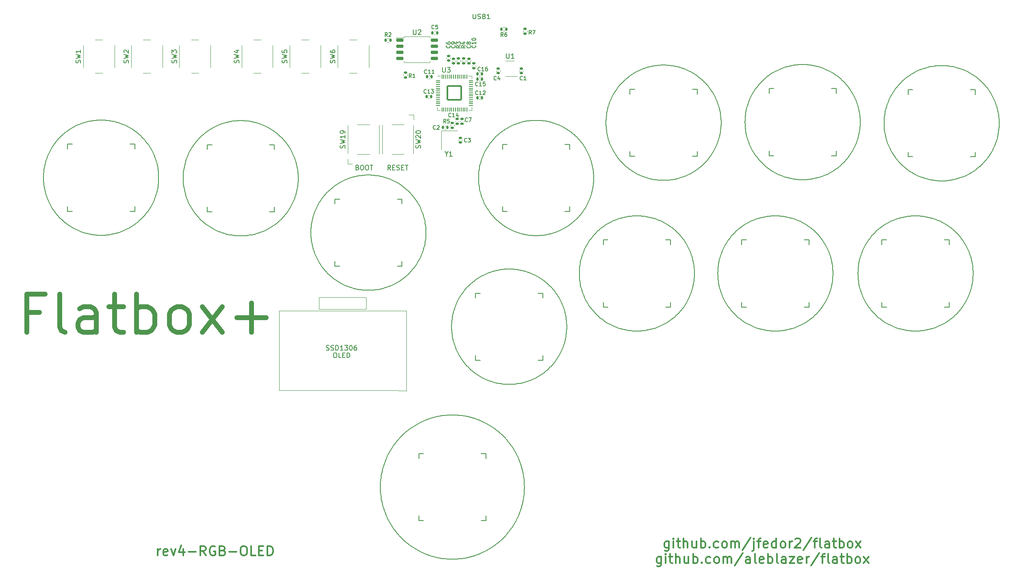
<source format=gto>
%TF.GenerationSoftware,KiCad,Pcbnew,(6.0.0)*%
%TF.CreationDate,2022-11-06T23:16:27-06:00*%
%TF.ProjectId,Flatbox-rev4,466c6174-626f-4782-9d72-6576342e6b69,rev?*%
%TF.SameCoordinates,Original*%
%TF.FileFunction,Legend,Top*%
%TF.FilePolarity,Positive*%
%FSLAX46Y46*%
G04 Gerber Fmt 4.6, Leading zero omitted, Abs format (unit mm)*
G04 Created by KiCad (PCBNEW (6.0.0)) date 2022-11-06 23:16:27*
%MOMM*%
%LPD*%
G01*
G04 APERTURE LIST*
G04 Aperture macros list*
%AMRoundRect*
0 Rectangle with rounded corners*
0 $1 Rounding radius*
0 $2 $3 $4 $5 $6 $7 $8 $9 X,Y pos of 4 corners*
0 Add a 4 corners polygon primitive as box body*
4,1,4,$2,$3,$4,$5,$6,$7,$8,$9,$2,$3,0*
0 Add four circle primitives for the rounded corners*
1,1,$1+$1,$2,$3*
1,1,$1+$1,$4,$5*
1,1,$1+$1,$6,$7*
1,1,$1+$1,$8,$9*
0 Add four rect primitives between the rounded corners*
20,1,$1+$1,$2,$3,$4,$5,0*
20,1,$1+$1,$4,$5,$6,$7,0*
20,1,$1+$1,$6,$7,$8,$9,0*
20,1,$1+$1,$8,$9,$2,$3,0*%
G04 Aperture macros list end*
%ADD10C,0.200000*%
%ADD11C,1.000000*%
%ADD12C,0.150000*%
%ADD13C,0.300000*%
%ADD14C,0.120000*%
%ADD15O,1.600000X2.000000*%
%ADD16C,3.000000*%
%ADD17C,1.701800*%
%ADD18C,3.987800*%
%ADD19C,3.429000*%
%ADD20C,0.990600*%
%ADD21C,6.400000*%
%ADD22C,2.000000*%
%ADD23RoundRect,0.135000X-0.185000X0.135000X-0.185000X-0.135000X0.185000X-0.135000X0.185000X0.135000X0*%
%ADD24C,0.650000*%
%ADD25R,0.600000X1.450000*%
%ADD26R,0.300000X1.450000*%
%ADD27O,1.000000X1.600000*%
%ADD28O,1.000000X2.100000*%
%ADD29RoundRect,0.135000X0.135000X0.185000X-0.135000X0.185000X-0.135000X-0.185000X0.135000X-0.185000X0*%
%ADD30RoundRect,0.140000X0.170000X-0.140000X0.170000X0.140000X-0.170000X0.140000X-0.170000X-0.140000X0*%
%ADD31RoundRect,0.140000X-0.140000X-0.170000X0.140000X-0.170000X0.140000X0.170000X-0.140000X0.170000X0*%
%ADD32RoundRect,0.140000X-0.170000X0.140000X-0.170000X-0.140000X0.170000X-0.140000X0.170000X0.140000X0*%
%ADD33RoundRect,0.135000X-0.135000X-0.185000X0.135000X-0.185000X0.135000X0.185000X-0.135000X0.185000X0*%
%ADD34R,1.400000X1.600000*%
%ADD35R,1.060000X0.650000*%
%ADD36RoundRect,0.150000X-0.650000X-0.150000X0.650000X-0.150000X0.650000X0.150000X-0.650000X0.150000X0*%
%ADD37RoundRect,0.050000X-0.387500X-0.050000X0.387500X-0.050000X0.387500X0.050000X-0.387500X0.050000X0*%
%ADD38RoundRect,0.050000X-0.050000X-0.387500X0.050000X-0.387500X0.050000X0.387500X-0.050000X0.387500X0*%
%ADD39RoundRect,0.144000X-1.456000X-1.456000X1.456000X-1.456000X1.456000X1.456000X-1.456000X1.456000X0*%
%ADD40R,1.200000X1.400000*%
%ADD41RoundRect,0.140000X0.140000X0.170000X-0.140000X0.170000X-0.140000X-0.170000X0.140000X-0.170000X0*%
%ADD42RoundRect,0.135000X0.185000X-0.135000X0.185000X0.135000X-0.185000X0.135000X-0.185000X-0.135000X0*%
G04 APERTURE END LIST*
D10*
X192714192Y-95453303D02*
X192370469Y-95246592D01*
X192035254Y-95029480D01*
X191708704Y-94802239D01*
X191390976Y-94565143D01*
X191082229Y-94318467D01*
X190782620Y-94062485D01*
X190492307Y-93797469D01*
X190211447Y-93523694D01*
X189940198Y-93241434D01*
X189678718Y-92950963D01*
X189427164Y-92652554D01*
X189185695Y-92346481D01*
X188954468Y-92033019D01*
X188733640Y-91712441D01*
X188523369Y-91385021D01*
X188323813Y-91051033D01*
X188135130Y-90710750D01*
X187957477Y-90364447D01*
X187791012Y-90012397D01*
X187635893Y-89654875D01*
X187492277Y-89292154D01*
X187360322Y-88924507D01*
X187240186Y-88552210D01*
X187132026Y-88175535D01*
X187036001Y-87794757D01*
X186952267Y-87410150D01*
X186880983Y-87021987D01*
X186822305Y-86630542D01*
X186776393Y-86236089D01*
X186743403Y-85838902D01*
X186723494Y-85439254D01*
X186716823Y-85037421D01*
X137252477Y-106569308D02*
X136908754Y-106362597D01*
X136573539Y-106145485D01*
X136246989Y-105918244D01*
X135929261Y-105681149D01*
X135620514Y-105434473D01*
X135320905Y-105178490D01*
X135030592Y-104913474D01*
X134749732Y-104639700D01*
X134478483Y-104357440D01*
X134217003Y-104066968D01*
X133965449Y-103768559D01*
X133723980Y-103462487D01*
X133492753Y-103149025D01*
X133271925Y-102828447D01*
X133061654Y-102501027D01*
X132862098Y-102167038D01*
X132673415Y-101826756D01*
X132495762Y-101480453D01*
X132329297Y-101128403D01*
X132174178Y-100770881D01*
X132030562Y-100408159D01*
X131898607Y-100040513D01*
X131778471Y-99668216D01*
X131670311Y-99291541D01*
X131574286Y-98910763D01*
X131490552Y-98526155D01*
X131419268Y-98137992D01*
X131360590Y-97746547D01*
X131314678Y-97352094D01*
X131281688Y-96954907D01*
X131261779Y-96555259D01*
X131255108Y-96153426D01*
X81317714Y-75586412D02*
X80973991Y-75379701D01*
X80638776Y-75162589D01*
X80312226Y-74935348D01*
X79994498Y-74698253D01*
X79685751Y-74451577D01*
X79386142Y-74195594D01*
X79095828Y-73930578D01*
X78814968Y-73656803D01*
X78543720Y-73374543D01*
X78282240Y-73084072D01*
X78030686Y-72785663D01*
X77789217Y-72479591D01*
X77557989Y-72166128D01*
X77337161Y-71845550D01*
X77126890Y-71518130D01*
X76927335Y-71184142D01*
X76738651Y-70843859D01*
X76560999Y-70497556D01*
X76394534Y-70145507D01*
X76239414Y-69787984D01*
X76095799Y-69425263D01*
X75963844Y-69057617D01*
X75843708Y-68685320D01*
X75735548Y-68308645D01*
X75639522Y-67927867D01*
X75555789Y-67543259D01*
X75484504Y-67155096D01*
X75425827Y-66763651D01*
X75379915Y-66369198D01*
X75346925Y-65972011D01*
X75327016Y-65572363D01*
X75320345Y-65170530D01*
X221923290Y-95453303D02*
X221579567Y-95246592D01*
X221244352Y-95029480D01*
X220917802Y-94802239D01*
X220600074Y-94565143D01*
X220291327Y-94318467D01*
X219991718Y-94062485D01*
X219701404Y-93797469D01*
X219420544Y-93523694D01*
X219149296Y-93241434D01*
X218887816Y-92950963D01*
X218636262Y-92652554D01*
X218394793Y-92346481D01*
X218163565Y-92033019D01*
X217942737Y-91712441D01*
X217732466Y-91385021D01*
X217532911Y-91051033D01*
X217344227Y-90710750D01*
X217166575Y-90364447D01*
X217000110Y-90012397D01*
X216844990Y-89654875D01*
X216701375Y-89292154D01*
X216569420Y-88924507D01*
X216449284Y-88552210D01*
X216341124Y-88175535D01*
X216245098Y-87794757D01*
X216161365Y-87410150D01*
X216090080Y-87021987D01*
X216031403Y-86630542D01*
X215985491Y-86236089D01*
X215952501Y-85838902D01*
X215932592Y-85439254D01*
X215925921Y-85037421D01*
X52226909Y-75468162D02*
X51883186Y-75261451D01*
X51547971Y-75044339D01*
X51221421Y-74817098D01*
X50903693Y-74580002D01*
X50594946Y-74333326D01*
X50295337Y-74077344D01*
X50005023Y-73812328D01*
X49724163Y-73538553D01*
X49452915Y-73256293D01*
X49191435Y-72965822D01*
X48939881Y-72667413D01*
X48698412Y-72361340D01*
X48467184Y-72047878D01*
X48246356Y-71727300D01*
X48036085Y-71399880D01*
X47836530Y-71065892D01*
X47647846Y-70725609D01*
X47470194Y-70379306D01*
X47303729Y-70027256D01*
X47148609Y-69669734D01*
X47004994Y-69307013D01*
X46873039Y-68939366D01*
X46752903Y-68567069D01*
X46644743Y-68190394D01*
X46548717Y-67809616D01*
X46464984Y-67425009D01*
X46393699Y-67036846D01*
X46335022Y-66645401D01*
X46289110Y-66250948D01*
X46256120Y-65853761D01*
X46236211Y-65454113D01*
X46229540Y-65052280D01*
X99309821Y-65170530D02*
X99309821Y-65170530D01*
X215925921Y-85037421D02*
X215932592Y-84635587D01*
X215952501Y-84235939D01*
X215985491Y-83838752D01*
X216031403Y-83444299D01*
X216090080Y-83052854D01*
X216161365Y-82664691D01*
X216245098Y-82280083D01*
X216341124Y-81899305D01*
X216449284Y-81522630D01*
X216569420Y-81150333D01*
X216701375Y-80782687D01*
X216844990Y-80419966D01*
X217000110Y-80062443D01*
X217166575Y-79710394D01*
X217344227Y-79364091D01*
X217532911Y-79023808D01*
X217732466Y-78689820D01*
X217942737Y-78362400D01*
X218163565Y-78041822D01*
X218394793Y-77728359D01*
X218636262Y-77422287D01*
X218887816Y-77123878D01*
X219149296Y-76833407D01*
X219420544Y-76551147D01*
X219701404Y-76277372D01*
X219991718Y-76012356D01*
X220291327Y-75756373D01*
X220600074Y-75509697D01*
X220917802Y-75272602D01*
X221244352Y-75045361D01*
X221579567Y-74828249D01*
X221923290Y-74621539D01*
X149247215Y-85737546D02*
X149590937Y-85944256D01*
X149926152Y-86161368D01*
X150252702Y-86388609D01*
X150570430Y-86625704D01*
X150879177Y-86872380D01*
X151178786Y-87128362D01*
X151469100Y-87393378D01*
X151749960Y-87667153D01*
X152021208Y-87949413D01*
X152282688Y-88239884D01*
X152534242Y-88538293D01*
X152775711Y-88844365D01*
X153006939Y-89157827D01*
X153227767Y-89478405D01*
X153438038Y-89805825D01*
X153637593Y-90139814D01*
X153826277Y-90480096D01*
X154003929Y-90826399D01*
X154170394Y-91178449D01*
X154325514Y-91535971D01*
X154469129Y-91898692D01*
X154601084Y-92266339D01*
X154721220Y-92638636D01*
X154829380Y-93015311D01*
X154925406Y-93396089D01*
X155009139Y-93780696D01*
X155080424Y-94168859D01*
X155139101Y-94560304D01*
X155185013Y-94954757D01*
X155218003Y-95351944D01*
X155237912Y-95751592D01*
X155244584Y-96153426D01*
X210385198Y-63879139D02*
X210034803Y-64074262D01*
X209679679Y-64256797D01*
X209320139Y-64426743D01*
X208956499Y-64584101D01*
X208589075Y-64728870D01*
X208218182Y-64861050D01*
X207844134Y-64980642D01*
X207467249Y-65087646D01*
X207087840Y-65182060D01*
X206706224Y-65263886D01*
X206322716Y-65333124D01*
X205937631Y-65389772D01*
X205551284Y-65433832D01*
X205163991Y-65465304D01*
X204776067Y-65484187D01*
X204387829Y-65490481D01*
X203999590Y-65484187D01*
X203611666Y-65465304D01*
X203224373Y-65433832D01*
X202838026Y-65389772D01*
X202452941Y-65333124D01*
X202069433Y-65263886D01*
X201687817Y-65182060D01*
X201308408Y-65087646D01*
X200931523Y-64980642D01*
X200557475Y-64861050D01*
X200186582Y-64728870D01*
X199819158Y-64584101D01*
X199455518Y-64426743D01*
X199095978Y-64256797D01*
X198740854Y-64074262D01*
X198390460Y-63879139D01*
X107925166Y-86938924D02*
X107581443Y-86732213D01*
X107246228Y-86515101D01*
X106919678Y-86287860D01*
X106601950Y-86050764D01*
X106293203Y-85804088D01*
X105993594Y-85548106D01*
X105703281Y-85283090D01*
X105422421Y-85009315D01*
X105151172Y-84727055D01*
X104889692Y-84436584D01*
X104638139Y-84138175D01*
X104396669Y-83832102D01*
X104165442Y-83518640D01*
X103944614Y-83198062D01*
X103734343Y-82870642D01*
X103534788Y-82536654D01*
X103346104Y-82196371D01*
X103168451Y-81850068D01*
X103001987Y-81498018D01*
X102846867Y-81140496D01*
X102703252Y-80777775D01*
X102571297Y-80410128D01*
X102451161Y-80037831D01*
X102343001Y-79661156D01*
X102246975Y-79280378D01*
X102163242Y-78895771D01*
X102091957Y-78507608D01*
X102033280Y-78116163D01*
X101987368Y-77721710D01*
X101954378Y-77324523D01*
X101934469Y-76924875D01*
X101927798Y-76523042D01*
X81317714Y-54754648D02*
X81668108Y-54559524D01*
X82023232Y-54376989D01*
X82382772Y-54207043D01*
X82746412Y-54049685D01*
X83113836Y-53904916D01*
X83484729Y-53772736D01*
X83858777Y-53653144D01*
X84235662Y-53546141D01*
X84615071Y-53451726D01*
X84996687Y-53369900D01*
X85380195Y-53300663D01*
X85765280Y-53244014D01*
X86151627Y-53199954D01*
X86538920Y-53168483D01*
X86926844Y-53149600D01*
X87315083Y-53143306D01*
X87703321Y-53149600D01*
X88091245Y-53168483D01*
X88478538Y-53199954D01*
X88864885Y-53244014D01*
X89249970Y-53300663D01*
X89633478Y-53369900D01*
X90015094Y-53451726D01*
X90394503Y-53546141D01*
X90771388Y-53653144D01*
X91145436Y-53772736D01*
X91516329Y-53904916D01*
X91883753Y-54049685D01*
X92247393Y-54207043D01*
X92606933Y-54376989D01*
X92962057Y-54559524D01*
X93312452Y-54754648D01*
X239915397Y-85037421D02*
X239908725Y-85439254D01*
X239888816Y-85838902D01*
X239855826Y-86236089D01*
X239809914Y-86630542D01*
X239751237Y-87021987D01*
X239679952Y-87410150D01*
X239596219Y-87794757D01*
X239500193Y-88175535D01*
X239392033Y-88552210D01*
X239271897Y-88924507D01*
X239139942Y-89292154D01*
X238996327Y-89654875D01*
X238841207Y-90012397D01*
X238674742Y-90364447D01*
X238497090Y-90710750D01*
X238308406Y-91051033D01*
X238108851Y-91385021D01*
X237898580Y-91712441D01*
X237677752Y-92033019D01*
X237446524Y-92346481D01*
X237205055Y-92652554D01*
X236953501Y-92950963D01*
X236692021Y-93241434D01*
X236420773Y-93523694D01*
X236139913Y-93797469D01*
X235849599Y-94062485D01*
X235549990Y-94318467D01*
X235241243Y-94565143D01*
X234923515Y-94802239D01*
X234596965Y-95029480D01*
X234261750Y-95246592D01*
X233918028Y-95453303D01*
X119919904Y-66107160D02*
X120263626Y-66313870D01*
X120598841Y-66530982D01*
X120925391Y-66758223D01*
X121243119Y-66995318D01*
X121551866Y-67241994D01*
X121851475Y-67497977D01*
X122141789Y-67762993D01*
X122422649Y-68036768D01*
X122693897Y-68319028D01*
X122955377Y-68609499D01*
X123206931Y-68907908D01*
X123448400Y-69213980D01*
X123679628Y-69527443D01*
X123900456Y-69848021D01*
X124110727Y-70175441D01*
X124310282Y-70509429D01*
X124498966Y-70849712D01*
X124676618Y-71196015D01*
X124843083Y-71548064D01*
X124998203Y-71905587D01*
X125141818Y-72268308D01*
X125273773Y-72635954D01*
X125393909Y-73008251D01*
X125502069Y-73384926D01*
X125598095Y-73765704D01*
X125681828Y-74150312D01*
X125753113Y-74538475D01*
X125811790Y-74929920D01*
X125857702Y-75324373D01*
X125890692Y-75721560D01*
X125910601Y-76121208D01*
X125917273Y-76523042D01*
X70219015Y-65052280D02*
X70219015Y-65052280D01*
X155244584Y-96153426D02*
X155244584Y-96153426D01*
X204708930Y-74621539D02*
X205052652Y-74828249D01*
X205387867Y-75045361D01*
X205714417Y-75272602D01*
X206032145Y-75509697D01*
X206340892Y-75756373D01*
X206640501Y-76012356D01*
X206930815Y-76277372D01*
X207211675Y-76551147D01*
X207482923Y-76833407D01*
X207744403Y-77123878D01*
X207995957Y-77422287D01*
X208237426Y-77728359D01*
X208468654Y-78041822D01*
X208689482Y-78362400D01*
X208899753Y-78689820D01*
X209099308Y-79023808D01*
X209287992Y-79364091D01*
X209465644Y-79710394D01*
X209632109Y-80062443D01*
X209787229Y-80419966D01*
X209930844Y-80782687D01*
X210062799Y-81150333D01*
X210182935Y-81522630D01*
X210291095Y-81899305D01*
X210387121Y-82280083D01*
X210470854Y-82664691D01*
X210542139Y-83052854D01*
X210600816Y-83444299D01*
X210646728Y-83838752D01*
X210679718Y-84235939D01*
X210699627Y-84635587D01*
X210706299Y-85037421D01*
X155244584Y-96153426D02*
X155237912Y-96555259D01*
X155218003Y-96954907D01*
X155185013Y-97352094D01*
X155139101Y-97746547D01*
X155080424Y-98137992D01*
X155009139Y-98526155D01*
X154925406Y-98910763D01*
X154829380Y-99291541D01*
X154721220Y-99668216D01*
X154601084Y-100040513D01*
X154469129Y-100408159D01*
X154325514Y-100770881D01*
X154170394Y-101128403D01*
X154003929Y-101480453D01*
X153826277Y-101826756D01*
X153637593Y-102167038D01*
X153438038Y-102501027D01*
X153227767Y-102828447D01*
X153006939Y-103149025D01*
X152775711Y-103462487D01*
X152534242Y-103768559D01*
X152282688Y-104066968D01*
X152021208Y-104357440D01*
X151749960Y-104639700D01*
X151469100Y-104913474D01*
X151178786Y-105178490D01*
X150879177Y-105434473D01*
X150570430Y-105681149D01*
X150252702Y-105918244D01*
X149926152Y-106145485D01*
X149590937Y-106362597D01*
X149247215Y-106569308D01*
X64221646Y-54636398D02*
X64565368Y-54843108D01*
X64900583Y-55060220D01*
X65227133Y-55287461D01*
X65544861Y-55524557D01*
X65853608Y-55771233D01*
X66153217Y-56027215D01*
X66443531Y-56292231D01*
X66724391Y-56566006D01*
X66995639Y-56848266D01*
X67257119Y-57138737D01*
X67508673Y-57437146D01*
X67750142Y-57743219D01*
X67981370Y-58056681D01*
X68202198Y-58377259D01*
X68412469Y-58704679D01*
X68612024Y-59038668D01*
X68800708Y-59378950D01*
X68978360Y-59725253D01*
X69144825Y-60077303D01*
X69299945Y-60434825D01*
X69443560Y-60797546D01*
X69575515Y-61165193D01*
X69695651Y-61537490D01*
X69803811Y-61914165D01*
X69899837Y-62294943D01*
X69983570Y-62679550D01*
X70054855Y-63067713D01*
X70113532Y-63459158D01*
X70159444Y-63853611D01*
X70192434Y-64250798D01*
X70212343Y-64650446D01*
X70219015Y-65052280D01*
X245355098Y-53699766D02*
X245339490Y-54318685D01*
X245293170Y-54929479D01*
X245216891Y-55531393D01*
X245111407Y-56123671D01*
X244977471Y-56705556D01*
X244815837Y-57276294D01*
X244627259Y-57835128D01*
X244412491Y-58381304D01*
X244172286Y-58914064D01*
X243907397Y-59432654D01*
X243618578Y-59936318D01*
X243306584Y-60424301D01*
X242972167Y-60895845D01*
X242616082Y-61350197D01*
X242239081Y-61786599D01*
X241841919Y-62204297D01*
X241425350Y-62602535D01*
X240990126Y-62980556D01*
X240537002Y-63337606D01*
X240066731Y-63672928D01*
X239580067Y-63985768D01*
X239077763Y-64275368D01*
X238560574Y-64540975D01*
X238029252Y-64781831D01*
X237484552Y-64997181D01*
X236927227Y-65186269D01*
X236358031Y-65348341D01*
X235777717Y-65482639D01*
X235187040Y-65588409D01*
X234586752Y-65664894D01*
X233977607Y-65711340D01*
X233360360Y-65726990D01*
X198390460Y-63879139D02*
X198046737Y-63672428D01*
X197711522Y-63455316D01*
X197384972Y-63228075D01*
X197067244Y-62990980D01*
X196758497Y-62744304D01*
X196458888Y-62488321D01*
X196168574Y-62223305D01*
X195887714Y-61949531D01*
X195616466Y-61667271D01*
X195354986Y-61376799D01*
X195103432Y-61078390D01*
X194861963Y-60772318D01*
X194630735Y-60458856D01*
X194409907Y-60138278D01*
X194199636Y-59810858D01*
X194000081Y-59476869D01*
X193811397Y-59136587D01*
X193633745Y-58790284D01*
X193467280Y-58438234D01*
X193312160Y-58080712D01*
X193168545Y-57717991D01*
X193036590Y-57350344D01*
X192916454Y-56978047D01*
X192808294Y-56601372D01*
X192712268Y-56220594D01*
X192628535Y-55835987D01*
X192557250Y-55447824D01*
X192498573Y-55056379D01*
X192452661Y-54661926D01*
X192419671Y-54264739D01*
X192399762Y-53865091D01*
X192393091Y-53463258D01*
X138918561Y-142649412D02*
X138480235Y-142893501D01*
X138035992Y-143121843D01*
X137586226Y-143334438D01*
X137131331Y-143531284D01*
X136671701Y-143712383D01*
X136207732Y-143877734D01*
X135739818Y-144027338D01*
X135268353Y-144161193D01*
X134793732Y-144279301D01*
X134316350Y-144381661D01*
X133836600Y-144468274D01*
X133354877Y-144539139D01*
X132871577Y-144594256D01*
X132387093Y-144633625D01*
X131901820Y-144657247D01*
X131416153Y-144665121D01*
X130930485Y-144657247D01*
X130445212Y-144633625D01*
X129960728Y-144594256D01*
X129477428Y-144539139D01*
X128995705Y-144468274D01*
X128515955Y-144381661D01*
X128038573Y-144279301D01*
X127563952Y-144161193D01*
X127092487Y-144027338D01*
X126624573Y-143877734D01*
X126160604Y-143712383D01*
X125700974Y-143531284D01*
X125246079Y-143334438D01*
X124796313Y-143121843D01*
X124352070Y-142893501D01*
X123913745Y-142649412D01*
X204708930Y-95453303D02*
X204358535Y-95648426D01*
X204003411Y-95830961D01*
X203643871Y-96000907D01*
X203280231Y-96158265D01*
X202912807Y-96303034D01*
X202541914Y-96435214D01*
X202167866Y-96554806D01*
X201790981Y-96661809D01*
X201411572Y-96756224D01*
X201029956Y-96838050D01*
X200646448Y-96907287D01*
X200261363Y-96963936D01*
X199875016Y-97007996D01*
X199487723Y-97039467D01*
X199099799Y-97058350D01*
X198711561Y-97064645D01*
X198323322Y-97058350D01*
X197935398Y-97039467D01*
X197548105Y-97007996D01*
X197161758Y-96963936D01*
X196776673Y-96907287D01*
X196393165Y-96838050D01*
X196011549Y-96756224D01*
X195632140Y-96661809D01*
X195255255Y-96554806D01*
X194881207Y-96435214D01*
X194510314Y-96303034D01*
X194142890Y-96158265D01*
X193779250Y-96000907D01*
X193419710Y-95830961D01*
X193064586Y-95648426D01*
X192714192Y-95453303D01*
X131255108Y-96153426D02*
X131261779Y-95751592D01*
X131281688Y-95351944D01*
X131314678Y-94954757D01*
X131360590Y-94560304D01*
X131419268Y-94168859D01*
X131490552Y-93780696D01*
X131574286Y-93396089D01*
X131670311Y-93015311D01*
X131778471Y-92638636D01*
X131898607Y-92266339D01*
X132030562Y-91898692D01*
X132174178Y-91535971D01*
X132329297Y-91178449D01*
X132495762Y-90826399D01*
X132673415Y-90480096D01*
X132862098Y-90139814D01*
X133061654Y-89805825D01*
X133271925Y-89478405D01*
X133492753Y-89157827D01*
X133723980Y-88844365D01*
X133965449Y-88538293D01*
X134217003Y-88239884D01*
X134478483Y-87949413D01*
X134749732Y-87667153D01*
X135030592Y-87393378D01*
X135320905Y-87128362D01*
X135620514Y-86872380D01*
X135929261Y-86625704D01*
X136246989Y-86388609D01*
X136573539Y-86161368D01*
X136908754Y-85944256D01*
X137252477Y-85737546D01*
X146420969Y-129619665D02*
X146420969Y-129619665D01*
X239915397Y-85037421D02*
X239915397Y-85037421D01*
X138918561Y-116589918D02*
X139348540Y-116848502D01*
X139767877Y-117120098D01*
X140176375Y-117404365D01*
X140573837Y-117700960D01*
X140960064Y-118009539D01*
X141334860Y-118329761D01*
X141698027Y-118661282D01*
X142049369Y-119003760D01*
X142388688Y-119356854D01*
X142715786Y-119720219D01*
X143030467Y-120093513D01*
X143332533Y-120476395D01*
X143621787Y-120868520D01*
X143898032Y-121269547D01*
X144161070Y-121679133D01*
X144410704Y-122096936D01*
X144646737Y-122522613D01*
X144868972Y-122955820D01*
X145077212Y-123396217D01*
X145271258Y-123843460D01*
X145450914Y-124297206D01*
X145615983Y-124757113D01*
X145766267Y-125222838D01*
X145901570Y-125694039D01*
X146021693Y-126170373D01*
X146126440Y-126651498D01*
X146215613Y-127137071D01*
X146289015Y-127626749D01*
X146346449Y-128120190D01*
X146387717Y-128617052D01*
X146412623Y-129116991D01*
X146420969Y-129619665D01*
X169417923Y-43165636D02*
X169768317Y-42970512D01*
X170123441Y-42787977D01*
X170482981Y-42618031D01*
X170846621Y-42460673D01*
X171214045Y-42315904D01*
X171584938Y-42183724D01*
X171958986Y-42064132D01*
X172335871Y-41957129D01*
X172715280Y-41862714D01*
X173096896Y-41780888D01*
X173480404Y-41711651D01*
X173865489Y-41655002D01*
X174251836Y-41610942D01*
X174639129Y-41579471D01*
X175027053Y-41560588D01*
X175415292Y-41554294D01*
X175803530Y-41560588D01*
X176191454Y-41579471D01*
X176578747Y-41610942D01*
X176965094Y-41655002D01*
X177350179Y-41711651D01*
X177733687Y-41780888D01*
X178115303Y-41862714D01*
X178494712Y-41957129D01*
X178871597Y-42064132D01*
X179245645Y-42183724D01*
X179616538Y-42315904D01*
X179983962Y-42460673D01*
X180347602Y-42618031D01*
X180707142Y-42787977D01*
X181062266Y-42970512D01*
X181412661Y-43165636D01*
X233918028Y-95453303D02*
X233567633Y-95648426D01*
X233212509Y-95830961D01*
X232852969Y-96000907D01*
X232489329Y-96158265D01*
X232121905Y-96303034D01*
X231751012Y-96435214D01*
X231376964Y-96554806D01*
X231000079Y-96661809D01*
X230620670Y-96756224D01*
X230239054Y-96838050D01*
X229855546Y-96907287D01*
X229470461Y-96963936D01*
X229084114Y-97007996D01*
X228696821Y-97039467D01*
X228308897Y-97058350D01*
X227920659Y-97064645D01*
X227532420Y-97058350D01*
X227144496Y-97039467D01*
X226757203Y-97007996D01*
X226370856Y-96963936D01*
X225985771Y-96907287D01*
X225602263Y-96838050D01*
X225220647Y-96756224D01*
X224841238Y-96661809D01*
X224464353Y-96554806D01*
X224090305Y-96435214D01*
X223719412Y-96303034D01*
X223351988Y-96158265D01*
X222988348Y-96000907D01*
X222628808Y-95830961D01*
X222273684Y-95648426D01*
X221923290Y-95453303D01*
X154860422Y-54699104D02*
X155204144Y-54905814D01*
X155539359Y-55122926D01*
X155865909Y-55350167D01*
X156183637Y-55587263D01*
X156492384Y-55833939D01*
X156791993Y-56089921D01*
X157082307Y-56354937D01*
X157363167Y-56628712D01*
X157634415Y-56910972D01*
X157895895Y-57201443D01*
X158147449Y-57499852D01*
X158388918Y-57805925D01*
X158620146Y-58119387D01*
X158840974Y-58439965D01*
X159051245Y-58767385D01*
X159250800Y-59101374D01*
X159439484Y-59441656D01*
X159617136Y-59787959D01*
X159783601Y-60140009D01*
X159938721Y-60497531D01*
X160082336Y-60860252D01*
X160214291Y-61227899D01*
X160334427Y-61600196D01*
X160442587Y-61976871D01*
X160538613Y-62357649D01*
X160622346Y-62742256D01*
X160693631Y-63130419D01*
X160752308Y-63521864D01*
X160798220Y-63916317D01*
X160831210Y-64313504D01*
X160851119Y-64713152D01*
X160857791Y-65114986D01*
X186716823Y-85037421D02*
X186723494Y-84635587D01*
X186743403Y-84235939D01*
X186776393Y-83838752D01*
X186822305Y-83444299D01*
X186880983Y-83052854D01*
X186952267Y-82664691D01*
X187036001Y-82280083D01*
X187132026Y-81899305D01*
X187240186Y-81522630D01*
X187360322Y-81150333D01*
X187492277Y-80782687D01*
X187635893Y-80419966D01*
X187791012Y-80062443D01*
X187957477Y-79710394D01*
X188135130Y-79364091D01*
X188323813Y-79023808D01*
X188523369Y-78689820D01*
X188733640Y-78362400D01*
X188954468Y-78041822D01*
X189185695Y-77728359D01*
X189427164Y-77422287D01*
X189678718Y-77123878D01*
X189940198Y-76833407D01*
X190211447Y-76551147D01*
X190492307Y-76277372D01*
X190782620Y-76012356D01*
X191082229Y-75756373D01*
X191390976Y-75509697D01*
X191708704Y-75272602D01*
X192035254Y-75045361D01*
X192370469Y-74828249D01*
X192714192Y-74621539D01*
X239357729Y-43283884D02*
X239701451Y-43490594D01*
X240036666Y-43707706D01*
X240363216Y-43934947D01*
X240680944Y-44172043D01*
X240989691Y-44418719D01*
X241289300Y-44674701D01*
X241579614Y-44939717D01*
X241860474Y-45213492D01*
X242131722Y-45495752D01*
X242393202Y-45786223D01*
X242644756Y-46084632D01*
X242886225Y-46390705D01*
X243117453Y-46704167D01*
X243338281Y-47024745D01*
X243548552Y-47352165D01*
X243748107Y-47686154D01*
X243936791Y-48026436D01*
X244114443Y-48372739D01*
X244280908Y-48724789D01*
X244436028Y-49082311D01*
X244579643Y-49445032D01*
X244711598Y-49812679D01*
X244831734Y-50184976D01*
X244939894Y-50561651D01*
X245035920Y-50942429D01*
X245119653Y-51327036D01*
X245190938Y-51715199D01*
X245249615Y-52106644D01*
X245295527Y-52501097D01*
X245328517Y-52898284D01*
X245348426Y-53297932D01*
X245355098Y-53699766D01*
X52226909Y-54636398D02*
X52577302Y-54441274D01*
X52932427Y-54258739D01*
X53291967Y-54088793D01*
X53655607Y-53931435D01*
X54023031Y-53786666D01*
X54393924Y-53654486D01*
X54767971Y-53534894D01*
X55144857Y-53427890D01*
X55524265Y-53333476D01*
X55905881Y-53251650D01*
X56289390Y-53182412D01*
X56674475Y-53125764D01*
X57060822Y-53081704D01*
X57448114Y-53050232D01*
X57836038Y-53031349D01*
X58224277Y-53025055D01*
X58612516Y-53031349D01*
X59000440Y-53050232D01*
X59387732Y-53081704D01*
X59774079Y-53125764D01*
X60159164Y-53182412D01*
X60542673Y-53251650D01*
X60924289Y-53333476D01*
X61303697Y-53427890D01*
X61680583Y-53534894D01*
X62054630Y-53654486D01*
X62425523Y-53786666D01*
X62792947Y-53931435D01*
X63156587Y-54088793D01*
X63516127Y-54258739D01*
X63871252Y-54441274D01*
X64221646Y-54636398D01*
X160857791Y-65114986D02*
X160857791Y-65114986D01*
X154860422Y-75530868D02*
X154510027Y-75725991D01*
X154154903Y-75908526D01*
X153795363Y-76078472D01*
X153431723Y-76235830D01*
X153064299Y-76380599D01*
X152693406Y-76512779D01*
X152319358Y-76632371D01*
X151942473Y-76739375D01*
X151563064Y-76833789D01*
X151181448Y-76915615D01*
X150797940Y-76984853D01*
X150412855Y-77041501D01*
X150026508Y-77085561D01*
X149639215Y-77117033D01*
X149251291Y-77135916D01*
X148863053Y-77142210D01*
X148474814Y-77135916D01*
X148086890Y-77117033D01*
X147699597Y-77085561D01*
X147313250Y-77041501D01*
X146928165Y-76984853D01*
X146544657Y-76915615D01*
X146163041Y-76833789D01*
X145783632Y-76739375D01*
X145406747Y-76632371D01*
X145032699Y-76512779D01*
X144661806Y-76380599D01*
X144294382Y-76235830D01*
X143930742Y-76078472D01*
X143571202Y-75908526D01*
X143216078Y-75725991D01*
X142865684Y-75530868D01*
X221923290Y-74621539D02*
X222273684Y-74426415D01*
X222628808Y-74243880D01*
X222988348Y-74073934D01*
X223351988Y-73916576D01*
X223719412Y-73771807D01*
X224090305Y-73639627D01*
X224464353Y-73520035D01*
X224841238Y-73413031D01*
X225220647Y-73318617D01*
X225602263Y-73236791D01*
X225985771Y-73167553D01*
X226370856Y-73110905D01*
X226757203Y-73066845D01*
X227144496Y-73035373D01*
X227532420Y-73016490D01*
X227920659Y-73010196D01*
X228308897Y-73016490D01*
X228696821Y-73035373D01*
X229084114Y-73066845D01*
X229470461Y-73110905D01*
X229855546Y-73167553D01*
X230239054Y-73236791D01*
X230620670Y-73318617D01*
X231000079Y-73413031D01*
X231376964Y-73520035D01*
X231751012Y-73639627D01*
X232121905Y-73771807D01*
X232489329Y-73916576D01*
X232852969Y-74073934D01*
X233212509Y-74243880D01*
X233567633Y-74426415D01*
X233918028Y-74621539D01*
X181412661Y-63997400D02*
X181062266Y-64192523D01*
X180707142Y-64375058D01*
X180347602Y-64545004D01*
X179983962Y-64702362D01*
X179616538Y-64847131D01*
X179245645Y-64979311D01*
X178871597Y-65098903D01*
X178494712Y-65205907D01*
X178115303Y-65300321D01*
X177733687Y-65382147D01*
X177350179Y-65451385D01*
X176965094Y-65508033D01*
X176578747Y-65552093D01*
X176191454Y-65583565D01*
X175803530Y-65602448D01*
X175415292Y-65608742D01*
X175027053Y-65602448D01*
X174639129Y-65583565D01*
X174251836Y-65552093D01*
X173865489Y-65508033D01*
X173480404Y-65451385D01*
X173096896Y-65382147D01*
X172715280Y-65300321D01*
X172335871Y-65205907D01*
X171958986Y-65098903D01*
X171584938Y-64979311D01*
X171214045Y-64847131D01*
X170846621Y-64702362D01*
X170482981Y-64545004D01*
X170123441Y-64375058D01*
X169768317Y-64192523D01*
X169417923Y-63997400D01*
X163859914Y-95453303D02*
X163516191Y-95246592D01*
X163180976Y-95029480D01*
X162854426Y-94802239D01*
X162536698Y-94565143D01*
X162227951Y-94318467D01*
X161928342Y-94062485D01*
X161638028Y-93797469D01*
X161357168Y-93523694D01*
X161085920Y-93241434D01*
X160824440Y-92950963D01*
X160572886Y-92652554D01*
X160331417Y-92346481D01*
X160100189Y-92033019D01*
X159879361Y-91712441D01*
X159669090Y-91385021D01*
X159469535Y-91051033D01*
X159280851Y-90710750D01*
X159103199Y-90364447D01*
X158936734Y-90012397D01*
X158781614Y-89654875D01*
X158637999Y-89292154D01*
X158506044Y-88924507D01*
X158385908Y-88552210D01*
X158277748Y-88175535D01*
X158181722Y-87794757D01*
X158097989Y-87410150D01*
X158026704Y-87021987D01*
X157968027Y-86630542D01*
X157922115Y-86236089D01*
X157889125Y-85838902D01*
X157869216Y-85439254D01*
X157862545Y-85037421D01*
X93312452Y-54754648D02*
X93656174Y-54961358D01*
X93991389Y-55178470D01*
X94317939Y-55405711D01*
X94635667Y-55642807D01*
X94944414Y-55889483D01*
X95244023Y-56145465D01*
X95534336Y-56410481D01*
X95815196Y-56684256D01*
X96086445Y-56966516D01*
X96347925Y-57256987D01*
X96599479Y-57555396D01*
X96840948Y-57861469D01*
X97072175Y-58174931D01*
X97293003Y-58495509D01*
X97503274Y-58822929D01*
X97702830Y-59156918D01*
X97891513Y-59497200D01*
X98069166Y-59843503D01*
X98235631Y-60195553D01*
X98390750Y-60553075D01*
X98534366Y-60915796D01*
X98666321Y-61283443D01*
X98786457Y-61655740D01*
X98894617Y-62032415D01*
X98990642Y-62413193D01*
X99074376Y-62797800D01*
X99145660Y-63185963D01*
X99204338Y-63577408D01*
X99250250Y-63971861D01*
X99283240Y-64369048D01*
X99303149Y-64768696D01*
X99309821Y-65170530D01*
X137252477Y-85737546D02*
X137602871Y-85542422D01*
X137957995Y-85359887D01*
X138317535Y-85189940D01*
X138681175Y-85032583D01*
X139048599Y-84887814D01*
X139419492Y-84755633D01*
X139793540Y-84636041D01*
X140170425Y-84529038D01*
X140549834Y-84434623D01*
X140931450Y-84352797D01*
X141314958Y-84283560D01*
X141700043Y-84226911D01*
X142086390Y-84182851D01*
X142473683Y-84151379D01*
X142861607Y-84132496D01*
X143249846Y-84126202D01*
X143638084Y-84132496D01*
X144026008Y-84151379D01*
X144413301Y-84182851D01*
X144799648Y-84226911D01*
X145184733Y-84283560D01*
X145568241Y-84352797D01*
X145949857Y-84434623D01*
X146329266Y-84529038D01*
X146706151Y-84636041D01*
X147080199Y-84755633D01*
X147451092Y-84887814D01*
X147818516Y-85032583D01*
X148182156Y-85189940D01*
X148541696Y-85359887D01*
X148896820Y-85542422D01*
X149247215Y-85737546D01*
X125917273Y-76523042D02*
X125910601Y-76924875D01*
X125890692Y-77324523D01*
X125857702Y-77721710D01*
X125811790Y-78116163D01*
X125753113Y-78507608D01*
X125681828Y-78895771D01*
X125598095Y-79280378D01*
X125502069Y-79661156D01*
X125393909Y-80037831D01*
X125273773Y-80410128D01*
X125141818Y-80777775D01*
X124998203Y-81140496D01*
X124843083Y-81498018D01*
X124676618Y-81850068D01*
X124498966Y-82196371D01*
X124310282Y-82536654D01*
X124110727Y-82870642D01*
X123900456Y-83198062D01*
X123679628Y-83518640D01*
X123448400Y-83832102D01*
X123206931Y-84138175D01*
X122955377Y-84436584D01*
X122693897Y-84727055D01*
X122422649Y-85009315D01*
X122141789Y-85283090D01*
X121851475Y-85548106D01*
X121551866Y-85804088D01*
X121243119Y-86050764D01*
X120925391Y-86287860D01*
X120598841Y-86515101D01*
X120263626Y-86732213D01*
X119919904Y-86938924D01*
X142865684Y-54699104D02*
X143216078Y-54503980D01*
X143571202Y-54321445D01*
X143930742Y-54151499D01*
X144294382Y-53994141D01*
X144661806Y-53849372D01*
X145032699Y-53717192D01*
X145406747Y-53597600D01*
X145783632Y-53490597D01*
X146163041Y-53396182D01*
X146544657Y-53314356D01*
X146928165Y-53245119D01*
X147313250Y-53188470D01*
X147699597Y-53144410D01*
X148086890Y-53112939D01*
X148474814Y-53094056D01*
X148863053Y-53087762D01*
X149251291Y-53094056D01*
X149639215Y-53112939D01*
X150026508Y-53144410D01*
X150412855Y-53188470D01*
X150797940Y-53245119D01*
X151181448Y-53314356D01*
X151563064Y-53396182D01*
X151942473Y-53490597D01*
X152319358Y-53597600D01*
X152693406Y-53717192D01*
X153064299Y-53849372D01*
X153431723Y-53994141D01*
X153795363Y-54151499D01*
X154154903Y-54321445D01*
X154510027Y-54503980D01*
X154860422Y-54699104D01*
X163420555Y-53581518D02*
X163427226Y-53179684D01*
X163447135Y-52780036D01*
X163480125Y-52382849D01*
X163526037Y-51988396D01*
X163584714Y-51596951D01*
X163655999Y-51208788D01*
X163739732Y-50824181D01*
X163835758Y-50443403D01*
X163943918Y-50066728D01*
X164064054Y-49694431D01*
X164196009Y-49326784D01*
X164339624Y-48964063D01*
X164494744Y-48606541D01*
X164661208Y-48254491D01*
X164838861Y-47908188D01*
X165027545Y-47567906D01*
X165227100Y-47233917D01*
X165437371Y-46906497D01*
X165658199Y-46585919D01*
X165889426Y-46272457D01*
X166130896Y-45966384D01*
X166382449Y-45667975D01*
X166643929Y-45377504D01*
X166915178Y-45095244D01*
X167196038Y-44821469D01*
X167486351Y-44556453D01*
X167785960Y-44300471D01*
X168094707Y-44053795D01*
X168412435Y-43816699D01*
X168738985Y-43589458D01*
X169074200Y-43372346D01*
X169417923Y-43165636D01*
X187410030Y-53581518D02*
X187410030Y-53581518D01*
X233360360Y-65726990D02*
X232743112Y-65711340D01*
X232133967Y-65664894D01*
X231533679Y-65588409D01*
X230943002Y-65482639D01*
X230362688Y-65348341D01*
X229793492Y-65186269D01*
X229236167Y-64997181D01*
X228691467Y-64781831D01*
X228160145Y-64540975D01*
X227642956Y-64275368D01*
X227140652Y-63985768D01*
X226653988Y-63672928D01*
X226183717Y-63337606D01*
X225730593Y-62980556D01*
X225295369Y-62602535D01*
X224878800Y-62204297D01*
X224481638Y-61786599D01*
X224104637Y-61350197D01*
X223748552Y-60895845D01*
X223414135Y-60424301D01*
X223102141Y-59936318D01*
X222813322Y-59432654D01*
X222548433Y-58914064D01*
X222308228Y-58381304D01*
X222093460Y-57835128D01*
X221904882Y-57276294D01*
X221743248Y-56705556D01*
X221609312Y-56123671D01*
X221503828Y-55531393D01*
X221427549Y-54929479D01*
X221381229Y-54318685D01*
X221365622Y-53699766D01*
X119919904Y-86938924D02*
X119569509Y-87134047D01*
X119214385Y-87316582D01*
X118854845Y-87486528D01*
X118491205Y-87643886D01*
X118123781Y-87788655D01*
X117752888Y-87920835D01*
X117378840Y-88040427D01*
X117001955Y-88147430D01*
X116622546Y-88241845D01*
X116240930Y-88323671D01*
X115857422Y-88392908D01*
X115472337Y-88449557D01*
X115085990Y-88493617D01*
X114698697Y-88525088D01*
X114310773Y-88543971D01*
X113922535Y-88550266D01*
X113534296Y-88543971D01*
X113146372Y-88525088D01*
X112759079Y-88493617D01*
X112372732Y-88449557D01*
X111987647Y-88392908D01*
X111604139Y-88323671D01*
X111222523Y-88241845D01*
X110843114Y-88147430D01*
X110466229Y-88040427D01*
X110092181Y-87920835D01*
X109721288Y-87788655D01*
X109353864Y-87643886D01*
X108990224Y-87486528D01*
X108630684Y-87316582D01*
X108275560Y-87134047D01*
X107925166Y-86938924D01*
X187410030Y-53581518D02*
X187403358Y-53983351D01*
X187383449Y-54382999D01*
X187350459Y-54780186D01*
X187304547Y-55174639D01*
X187245870Y-55566084D01*
X187174585Y-55954247D01*
X187090852Y-56338855D01*
X186994826Y-56719633D01*
X186886666Y-57096308D01*
X186766530Y-57468605D01*
X186634575Y-57836251D01*
X186490960Y-58198972D01*
X186335840Y-58556495D01*
X186169375Y-58908544D01*
X185991723Y-59254847D01*
X185803039Y-59595130D01*
X185603484Y-59929118D01*
X185393213Y-60256538D01*
X185172385Y-60577116D01*
X184941157Y-60890579D01*
X184699688Y-61196651D01*
X184448134Y-61495060D01*
X184186654Y-61785531D01*
X183915406Y-62067791D01*
X183634546Y-62341566D01*
X183344232Y-62606582D01*
X183044623Y-62862565D01*
X182735876Y-63109241D01*
X182418148Y-63346336D01*
X182091598Y-63573577D01*
X181756383Y-63790689D01*
X181412661Y-63997400D01*
X157862545Y-85037421D02*
X157869216Y-84635587D01*
X157889125Y-84235939D01*
X157922115Y-83838752D01*
X157968027Y-83444299D01*
X158026704Y-83052854D01*
X158097989Y-82664691D01*
X158181722Y-82280083D01*
X158277748Y-81899305D01*
X158385908Y-81522630D01*
X158506044Y-81150333D01*
X158637999Y-80782687D01*
X158781614Y-80419966D01*
X158936734Y-80062443D01*
X159103199Y-79710394D01*
X159280851Y-79364091D01*
X159469535Y-79023808D01*
X159669090Y-78689820D01*
X159879361Y-78362400D01*
X160100189Y-78041822D01*
X160331417Y-77728359D01*
X160572886Y-77422287D01*
X160824440Y-77123878D01*
X161085920Y-76833407D01*
X161357168Y-76551147D01*
X161638028Y-76277372D01*
X161928342Y-76012356D01*
X162227951Y-75756373D01*
X162536698Y-75509697D01*
X162854426Y-75272602D01*
X163180976Y-75045361D01*
X163516191Y-74828249D01*
X163859914Y-74621539D01*
X116411337Y-129619665D02*
X116419682Y-129116991D01*
X116444588Y-128617052D01*
X116485856Y-128120190D01*
X116543290Y-127626749D01*
X116616692Y-127137071D01*
X116705865Y-126651498D01*
X116810612Y-126170373D01*
X116930735Y-125694039D01*
X117066037Y-125222838D01*
X117216322Y-124757113D01*
X117381391Y-124297206D01*
X117561047Y-123843460D01*
X117755093Y-123396217D01*
X117963332Y-122955820D01*
X118185567Y-122522613D01*
X118421600Y-122096936D01*
X118671235Y-121679133D01*
X118934273Y-121269547D01*
X119210517Y-120868520D01*
X119499772Y-120476395D01*
X119801838Y-120093513D01*
X120116518Y-119720219D01*
X120443617Y-119356854D01*
X120782936Y-119003760D01*
X121134277Y-118661282D01*
X121497445Y-118329761D01*
X121872241Y-118009539D01*
X122258468Y-117700960D01*
X122655929Y-117404365D01*
X123064427Y-117120098D01*
X123483765Y-116848502D01*
X123913745Y-116589918D01*
X210385198Y-43047376D02*
X210728920Y-43254086D01*
X211064135Y-43471198D01*
X211390685Y-43698439D01*
X211708413Y-43935534D01*
X212017160Y-44182210D01*
X212316769Y-44438193D01*
X212607083Y-44703209D01*
X212887943Y-44976983D01*
X213159191Y-45259243D01*
X213420671Y-45549715D01*
X213672225Y-45848124D01*
X213913694Y-46154196D01*
X214144922Y-46467658D01*
X214365750Y-46788236D01*
X214576021Y-47115656D01*
X214775576Y-47449645D01*
X214964260Y-47789927D01*
X215141912Y-48136230D01*
X215308377Y-48488280D01*
X215463497Y-48845802D01*
X215607112Y-49208524D01*
X215739067Y-49576170D01*
X215859203Y-49948467D01*
X215967363Y-50325142D01*
X216063389Y-50705920D01*
X216147122Y-51090528D01*
X216218407Y-51478691D01*
X216277084Y-51870136D01*
X216322996Y-52264589D01*
X216355986Y-52661776D01*
X216375895Y-53061424D01*
X216382567Y-53463258D01*
X245355098Y-53699766D02*
X245355098Y-53699766D01*
X175854652Y-74621539D02*
X176198374Y-74828249D01*
X176533589Y-75045361D01*
X176860139Y-75272602D01*
X177177867Y-75509697D01*
X177486614Y-75756373D01*
X177786223Y-76012356D01*
X178076537Y-76277372D01*
X178357397Y-76551147D01*
X178628645Y-76833407D01*
X178890125Y-77123878D01*
X179141679Y-77422287D01*
X179383148Y-77728359D01*
X179614376Y-78041822D01*
X179835204Y-78362400D01*
X180045475Y-78689820D01*
X180245030Y-79023808D01*
X180433714Y-79364091D01*
X180611366Y-79710394D01*
X180777831Y-80062443D01*
X180932951Y-80419966D01*
X181076566Y-80782687D01*
X181208521Y-81150333D01*
X181328657Y-81522630D01*
X181436817Y-81899305D01*
X181532843Y-82280083D01*
X181616576Y-82664691D01*
X181687861Y-83052854D01*
X181746538Y-83444299D01*
X181792450Y-83838752D01*
X181825440Y-84235939D01*
X181845349Y-84635587D01*
X181852021Y-85037421D01*
X125917273Y-76523042D02*
X125917273Y-76523042D01*
X64221646Y-75468162D02*
X63871252Y-75663285D01*
X63516127Y-75845820D01*
X63156587Y-76015766D01*
X62792947Y-76173124D01*
X62425523Y-76317893D01*
X62054630Y-76450073D01*
X61680583Y-76569665D01*
X61303697Y-76676669D01*
X60924289Y-76771083D01*
X60542673Y-76852909D01*
X60159164Y-76922147D01*
X59774079Y-76978795D01*
X59387732Y-77022855D01*
X59000440Y-77054327D01*
X58612516Y-77073210D01*
X58224277Y-77079504D01*
X57836038Y-77073210D01*
X57448114Y-77054327D01*
X57060822Y-77022855D01*
X56674475Y-76978795D01*
X56289390Y-76922147D01*
X55905881Y-76852909D01*
X55524265Y-76771083D01*
X55144857Y-76676669D01*
X54767971Y-76569665D01*
X54393924Y-76450073D01*
X54023031Y-76317893D01*
X53655607Y-76173124D01*
X53291967Y-76015766D01*
X52932427Y-75845820D01*
X52577302Y-75663285D01*
X52226909Y-75468162D01*
X93312452Y-75586412D02*
X92962057Y-75781535D01*
X92606933Y-75964070D01*
X92247393Y-76134016D01*
X91883753Y-76291374D01*
X91516329Y-76436143D01*
X91145436Y-76568323D01*
X90771388Y-76687915D01*
X90394503Y-76794919D01*
X90015094Y-76889333D01*
X89633478Y-76971159D01*
X89249970Y-77040397D01*
X88864885Y-77097045D01*
X88478538Y-77141105D01*
X88091245Y-77172577D01*
X87703321Y-77191460D01*
X87315083Y-77197754D01*
X86926844Y-77191460D01*
X86538920Y-77172577D01*
X86151627Y-77141105D01*
X85765280Y-77097045D01*
X85380195Y-77040397D01*
X84996687Y-76971159D01*
X84615071Y-76889333D01*
X84235662Y-76794919D01*
X83858777Y-76687915D01*
X83484729Y-76568323D01*
X83113836Y-76436143D01*
X82746412Y-76291374D01*
X82382772Y-76134016D01*
X82023232Y-75964070D01*
X81668108Y-75781535D01*
X81317714Y-75586412D01*
X75320345Y-65170530D02*
X75327016Y-64768696D01*
X75346925Y-64369048D01*
X75379915Y-63971861D01*
X75425827Y-63577408D01*
X75484504Y-63185963D01*
X75555789Y-62797800D01*
X75639522Y-62413193D01*
X75735548Y-62032415D01*
X75843708Y-61655740D01*
X75963844Y-61283443D01*
X76095799Y-60915796D01*
X76239414Y-60553075D01*
X76394534Y-60195553D01*
X76560999Y-59843503D01*
X76738651Y-59497200D01*
X76927335Y-59156918D01*
X77126890Y-58822929D01*
X77337161Y-58495509D01*
X77557989Y-58174931D01*
X77789217Y-57861469D01*
X78030686Y-57555396D01*
X78282240Y-57256987D01*
X78543720Y-56966516D01*
X78814968Y-56684256D01*
X79095828Y-56410481D01*
X79386142Y-56145465D01*
X79685751Y-55889483D01*
X79994498Y-55642807D01*
X80312226Y-55405711D01*
X80638776Y-55178470D01*
X80973991Y-54961358D01*
X81317714Y-54754648D01*
X216382567Y-53463258D02*
X216375895Y-53865091D01*
X216355986Y-54264739D01*
X216322996Y-54661926D01*
X216277084Y-55056379D01*
X216218407Y-55447824D01*
X216147122Y-55835987D01*
X216063389Y-56220594D01*
X215967363Y-56601372D01*
X215859203Y-56978047D01*
X215739067Y-57350344D01*
X215607112Y-57717991D01*
X215463497Y-58080712D01*
X215308377Y-58438234D01*
X215141912Y-58790284D01*
X214964260Y-59136587D01*
X214775576Y-59476869D01*
X214576021Y-59810858D01*
X214365750Y-60138278D01*
X214144922Y-60458856D01*
X213913694Y-60772318D01*
X213672225Y-61078390D01*
X213420671Y-61376799D01*
X213159191Y-61667271D01*
X212887943Y-61949531D01*
X212607083Y-62223305D01*
X212316769Y-62488321D01*
X212017160Y-62744304D01*
X211708413Y-62990980D01*
X211390685Y-63228075D01*
X211064135Y-63455316D01*
X210728920Y-63672428D01*
X210385198Y-63879139D01*
X123913745Y-142649412D02*
X123483765Y-142390827D01*
X123064427Y-142119230D01*
X122655929Y-141834964D01*
X122258468Y-141538369D01*
X121872241Y-141229790D01*
X121497445Y-140909568D01*
X121134277Y-140578047D01*
X120782936Y-140235568D01*
X120443617Y-139882475D01*
X120116518Y-139519110D01*
X119801838Y-139145815D01*
X119499772Y-138762934D01*
X119210517Y-138370808D01*
X118934273Y-137969781D01*
X118671235Y-137560195D01*
X118421600Y-137142393D01*
X118185567Y-136716716D01*
X117963332Y-136283508D01*
X117755093Y-135843112D01*
X117561047Y-135395869D01*
X117381391Y-134942123D01*
X117216322Y-134482216D01*
X117066037Y-134016491D01*
X116930735Y-133545290D01*
X116810612Y-133068955D01*
X116705865Y-132587831D01*
X116616692Y-132102258D01*
X116543290Y-131612580D01*
X116485856Y-131119139D01*
X116444588Y-130622277D01*
X116419682Y-130122338D01*
X116411337Y-129619665D01*
X142865684Y-75530868D02*
X142521961Y-75324157D01*
X142186746Y-75107045D01*
X141860196Y-74879804D01*
X141542468Y-74642709D01*
X141233721Y-74396033D01*
X140934112Y-74140050D01*
X140643798Y-73875034D01*
X140362938Y-73601259D01*
X140091690Y-73318999D01*
X139830210Y-73028528D01*
X139578656Y-72730119D01*
X139337187Y-72424047D01*
X139105959Y-72110584D01*
X138885131Y-71790006D01*
X138674860Y-71462586D01*
X138475305Y-71128598D01*
X138286621Y-70788315D01*
X138108969Y-70442012D01*
X137942504Y-70089963D01*
X137787384Y-69732440D01*
X137643769Y-69369719D01*
X137511814Y-69002073D01*
X137391678Y-68629776D01*
X137283518Y-68253101D01*
X137187492Y-67872323D01*
X137103759Y-67487715D01*
X137032474Y-67099552D01*
X136973797Y-66708107D01*
X136927885Y-66313654D01*
X136894895Y-65916467D01*
X136874986Y-65516819D01*
X136868315Y-65114986D01*
X149247215Y-106569308D02*
X148896820Y-106764431D01*
X148541696Y-106946966D01*
X148182156Y-107116912D01*
X147818516Y-107274270D01*
X147451092Y-107419039D01*
X147080199Y-107551219D01*
X146706151Y-107670811D01*
X146329266Y-107777815D01*
X145949857Y-107872229D01*
X145568241Y-107954055D01*
X145184733Y-108023293D01*
X144799648Y-108079941D01*
X144413301Y-108124001D01*
X144026008Y-108155473D01*
X143638084Y-108174356D01*
X143249846Y-108180650D01*
X142861607Y-108174356D01*
X142473683Y-108155473D01*
X142086390Y-108124001D01*
X141700043Y-108079941D01*
X141314958Y-108023293D01*
X140931450Y-107954055D01*
X140549834Y-107872229D01*
X140170425Y-107777815D01*
X139793540Y-107670811D01*
X139419492Y-107551219D01*
X139048599Y-107419039D01*
X138681175Y-107274270D01*
X138317535Y-107116912D01*
X137957995Y-106946966D01*
X137602871Y-106764431D01*
X137252477Y-106569308D01*
X192714192Y-74621539D02*
X193064586Y-74426415D01*
X193419710Y-74243880D01*
X193779250Y-74073934D01*
X194142890Y-73916576D01*
X194510314Y-73771807D01*
X194881207Y-73639627D01*
X195255255Y-73520035D01*
X195632140Y-73413031D01*
X196011549Y-73318617D01*
X196393165Y-73236791D01*
X196776673Y-73167553D01*
X197161758Y-73110905D01*
X197548105Y-73066845D01*
X197935398Y-73035373D01*
X198323322Y-73016490D01*
X198711561Y-73010196D01*
X199099799Y-73016490D01*
X199487723Y-73035373D01*
X199875016Y-73066845D01*
X200261363Y-73110905D01*
X200646448Y-73167553D01*
X201029956Y-73236791D01*
X201411572Y-73318617D01*
X201790981Y-73413031D01*
X202167866Y-73520035D01*
X202541914Y-73639627D01*
X202912807Y-73771807D01*
X203280231Y-73916576D01*
X203643871Y-74073934D01*
X204003411Y-74243880D01*
X204358535Y-74426415D01*
X204708930Y-74621539D01*
X99309821Y-65170530D02*
X99303149Y-65572363D01*
X99283240Y-65972011D01*
X99250250Y-66369198D01*
X99204338Y-66763651D01*
X99145660Y-67155096D01*
X99074376Y-67543259D01*
X98990642Y-67927867D01*
X98894617Y-68308645D01*
X98786457Y-68685320D01*
X98666321Y-69057617D01*
X98534366Y-69425263D01*
X98390750Y-69787984D01*
X98235631Y-70145507D01*
X98069166Y-70497556D01*
X97891513Y-70843859D01*
X97702830Y-71184142D01*
X97503274Y-71518130D01*
X97293003Y-71845550D01*
X97072175Y-72166128D01*
X96840948Y-72479591D01*
X96599479Y-72785663D01*
X96347925Y-73084072D01*
X96086445Y-73374543D01*
X95815196Y-73656803D01*
X95534336Y-73930578D01*
X95244023Y-74195594D01*
X94944414Y-74451577D01*
X94635667Y-74698253D01*
X94317939Y-74935348D01*
X93991389Y-75162589D01*
X93656174Y-75379701D01*
X93312452Y-75586412D01*
X160857791Y-65114986D02*
X160851119Y-65516819D01*
X160831210Y-65916467D01*
X160798220Y-66313654D01*
X160752308Y-66708107D01*
X160693631Y-67099552D01*
X160622346Y-67487715D01*
X160538613Y-67872323D01*
X160442587Y-68253101D01*
X160334427Y-68629776D01*
X160214291Y-69002073D01*
X160082336Y-69369719D01*
X159938721Y-69732440D01*
X159783601Y-70089963D01*
X159617136Y-70442012D01*
X159439484Y-70788315D01*
X159250800Y-71128598D01*
X159051245Y-71462586D01*
X158840974Y-71790006D01*
X158620146Y-72110584D01*
X158388918Y-72424047D01*
X158147449Y-72730119D01*
X157895895Y-73028528D01*
X157634415Y-73318999D01*
X157363167Y-73601259D01*
X157082307Y-73875034D01*
X156791993Y-74140050D01*
X156492384Y-74396033D01*
X156183637Y-74642709D01*
X155865909Y-74879804D01*
X155539359Y-75107045D01*
X155204144Y-75324157D01*
X154860422Y-75530868D01*
X210706299Y-85037421D02*
X210706299Y-85037421D01*
X146420969Y-129619665D02*
X146412623Y-130122338D01*
X146387717Y-130622277D01*
X146346449Y-131119139D01*
X146289015Y-131612580D01*
X146215613Y-132102258D01*
X146126440Y-132587831D01*
X146021693Y-133068955D01*
X145901570Y-133545290D01*
X145766267Y-134016491D01*
X145615983Y-134482216D01*
X145450914Y-134942123D01*
X145271258Y-135395869D01*
X145077212Y-135843112D01*
X144868972Y-136283508D01*
X144646737Y-136716716D01*
X144410704Y-137142393D01*
X144161070Y-137560195D01*
X143898032Y-137969781D01*
X143621787Y-138370808D01*
X143332533Y-138762934D01*
X143030467Y-139145815D01*
X142715786Y-139519110D01*
X142388688Y-139882475D01*
X142049369Y-140235568D01*
X141698027Y-140578047D01*
X141334860Y-140909568D01*
X140960064Y-141229790D01*
X140573837Y-141538369D01*
X140176375Y-141834964D01*
X139767877Y-142119230D01*
X139348540Y-142390827D01*
X138918561Y-142649412D01*
X136868315Y-65114986D02*
X136874986Y-64713152D01*
X136894895Y-64313504D01*
X136927885Y-63916317D01*
X136973797Y-63521864D01*
X137032474Y-63130419D01*
X137103759Y-62742256D01*
X137187492Y-62357649D01*
X137283518Y-61976871D01*
X137391678Y-61600196D01*
X137511814Y-61227899D01*
X137643769Y-60860252D01*
X137787384Y-60497531D01*
X137942504Y-60140009D01*
X138108969Y-59787959D01*
X138286621Y-59441656D01*
X138475305Y-59101374D01*
X138674860Y-58767385D01*
X138885131Y-58439965D01*
X139105959Y-58119387D01*
X139337187Y-57805925D01*
X139578656Y-57499852D01*
X139830210Y-57201443D01*
X140091690Y-56910972D01*
X140362938Y-56628712D01*
X140643798Y-56354937D01*
X140934112Y-56089921D01*
X141233721Y-55833939D01*
X141542468Y-55587263D01*
X141860196Y-55350167D01*
X142186746Y-55122926D01*
X142521961Y-54905814D01*
X142865684Y-54699104D01*
X46229540Y-65052280D02*
X46236211Y-64650446D01*
X46256120Y-64250798D01*
X46289110Y-63853611D01*
X46335022Y-63459158D01*
X46393699Y-63067713D01*
X46464984Y-62679550D01*
X46548717Y-62294943D01*
X46644743Y-61914165D01*
X46752903Y-61537490D01*
X46873039Y-61165193D01*
X47004994Y-60797546D01*
X47148609Y-60434825D01*
X47303729Y-60077303D01*
X47470194Y-59725253D01*
X47647846Y-59378950D01*
X47836530Y-59038668D01*
X48036085Y-58704679D01*
X48246356Y-58377259D01*
X48467184Y-58056681D01*
X48698412Y-57743219D01*
X48939881Y-57437146D01*
X49191435Y-57138737D01*
X49452915Y-56848266D01*
X49724163Y-56566006D01*
X50005023Y-56292231D01*
X50295337Y-56027215D01*
X50594946Y-55771233D01*
X50903693Y-55524557D01*
X51221421Y-55287461D01*
X51547971Y-55060220D01*
X51883186Y-54843108D01*
X52226909Y-54636398D01*
X175854652Y-95453303D02*
X175504257Y-95648426D01*
X175149133Y-95830961D01*
X174789593Y-96000907D01*
X174425953Y-96158265D01*
X174058529Y-96303034D01*
X173687636Y-96435214D01*
X173313588Y-96554806D01*
X172936703Y-96661809D01*
X172557294Y-96756224D01*
X172175678Y-96838050D01*
X171792170Y-96907287D01*
X171407085Y-96963936D01*
X171020738Y-97007996D01*
X170633445Y-97039467D01*
X170245521Y-97058350D01*
X169857283Y-97064645D01*
X169469044Y-97058350D01*
X169081120Y-97039467D01*
X168693827Y-97007996D01*
X168307480Y-96963936D01*
X167922395Y-96907287D01*
X167538887Y-96838050D01*
X167157271Y-96756224D01*
X166777862Y-96661809D01*
X166400977Y-96554806D01*
X166026929Y-96435214D01*
X165656036Y-96303034D01*
X165288612Y-96158265D01*
X164924972Y-96000907D01*
X164565432Y-95830961D01*
X164210308Y-95648426D01*
X163859914Y-95453303D01*
X101927798Y-76523042D02*
X101934469Y-76121208D01*
X101954378Y-75721560D01*
X101987368Y-75324373D01*
X102033280Y-74929920D01*
X102091957Y-74538475D01*
X102163242Y-74150312D01*
X102246975Y-73765704D01*
X102343001Y-73384926D01*
X102451161Y-73008251D01*
X102571297Y-72635954D01*
X102703252Y-72268308D01*
X102846867Y-71905587D01*
X103001987Y-71548064D01*
X103168451Y-71196015D01*
X103346104Y-70849712D01*
X103534788Y-70509429D01*
X103734343Y-70175441D01*
X103944614Y-69848021D01*
X104165442Y-69527443D01*
X104396669Y-69213980D01*
X104638139Y-68907908D01*
X104889692Y-68609499D01*
X105151172Y-68319028D01*
X105422421Y-68036768D01*
X105703281Y-67762993D01*
X105993594Y-67497977D01*
X106293203Y-67241994D01*
X106601950Y-66995318D01*
X106919678Y-66758223D01*
X107246228Y-66530982D01*
X107581443Y-66313870D01*
X107925166Y-66107160D01*
X192393091Y-53463258D02*
X192399762Y-53061424D01*
X192419671Y-52661776D01*
X192452661Y-52264589D01*
X192498573Y-51870136D01*
X192557250Y-51478691D01*
X192628535Y-51090528D01*
X192712268Y-50705920D01*
X192808294Y-50325142D01*
X192916454Y-49948467D01*
X193036590Y-49576170D01*
X193168545Y-49208524D01*
X193312160Y-48845802D01*
X193467280Y-48488280D01*
X193633745Y-48136230D01*
X193811397Y-47789927D01*
X194000081Y-47449645D01*
X194199636Y-47115656D01*
X194409907Y-46788236D01*
X194630735Y-46467658D01*
X194861963Y-46154196D01*
X195103432Y-45848124D01*
X195354986Y-45549715D01*
X195616466Y-45259243D01*
X195887714Y-44976983D01*
X196168574Y-44703209D01*
X196458888Y-44438193D01*
X196758497Y-44182210D01*
X197067244Y-43935534D01*
X197384972Y-43698439D01*
X197711522Y-43471198D01*
X198046737Y-43254086D01*
X198390460Y-43047376D01*
X181852021Y-85037421D02*
X181852021Y-85037421D01*
X169417923Y-63997400D02*
X169074200Y-63790689D01*
X168738985Y-63573577D01*
X168412435Y-63346336D01*
X168094707Y-63109241D01*
X167785960Y-62862565D01*
X167486351Y-62606582D01*
X167196038Y-62341566D01*
X166915178Y-62067791D01*
X166643929Y-61785531D01*
X166382449Y-61495060D01*
X166130896Y-61196651D01*
X165889426Y-60890579D01*
X165658199Y-60577116D01*
X165437371Y-60256538D01*
X165227100Y-59929118D01*
X165027545Y-59595130D01*
X164838861Y-59254847D01*
X164661208Y-58908544D01*
X164494744Y-58556495D01*
X164339624Y-58198972D01*
X164196009Y-57836251D01*
X164064054Y-57468605D01*
X163943918Y-57096308D01*
X163835758Y-56719633D01*
X163739732Y-56338855D01*
X163655999Y-55954247D01*
X163584714Y-55566084D01*
X163526037Y-55174639D01*
X163480125Y-54780186D01*
X163447135Y-54382999D01*
X163427226Y-53983351D01*
X163420555Y-53581518D01*
X210706299Y-85037421D02*
X210699627Y-85439254D01*
X210679718Y-85838902D01*
X210646728Y-86236089D01*
X210600816Y-86630542D01*
X210542139Y-87021987D01*
X210470854Y-87410150D01*
X210387121Y-87794757D01*
X210291095Y-88175535D01*
X210182935Y-88552210D01*
X210062799Y-88924507D01*
X209930844Y-89292154D01*
X209787229Y-89654875D01*
X209632109Y-90012397D01*
X209465644Y-90364447D01*
X209287992Y-90710750D01*
X209099308Y-91051033D01*
X208899753Y-91385021D01*
X208689482Y-91712441D01*
X208468654Y-92033019D01*
X208237426Y-92346481D01*
X207995957Y-92652554D01*
X207744403Y-92950963D01*
X207482923Y-93241434D01*
X207211675Y-93523694D01*
X206930815Y-93797469D01*
X206640501Y-94062485D01*
X206340892Y-94318467D01*
X206032145Y-94565143D01*
X205714417Y-94802239D01*
X205387867Y-95029480D01*
X205052652Y-95246592D01*
X204708930Y-95453303D01*
X107925166Y-66107160D02*
X108275560Y-65912036D01*
X108630684Y-65729501D01*
X108990224Y-65559555D01*
X109353864Y-65402197D01*
X109721288Y-65257428D01*
X110092181Y-65125248D01*
X110466229Y-65005656D01*
X110843114Y-64898652D01*
X111222523Y-64804238D01*
X111604139Y-64722412D01*
X111987647Y-64653174D01*
X112372732Y-64596526D01*
X112759079Y-64552466D01*
X113146372Y-64520994D01*
X113534296Y-64502111D01*
X113922535Y-64495817D01*
X114310773Y-64502111D01*
X114698697Y-64520994D01*
X115085990Y-64552466D01*
X115472337Y-64596526D01*
X115857422Y-64653174D01*
X116240930Y-64722412D01*
X116622546Y-64804238D01*
X117001955Y-64898652D01*
X117378840Y-65005656D01*
X117752888Y-65125248D01*
X118123781Y-65257428D01*
X118491205Y-65402197D01*
X118854845Y-65559555D01*
X119214385Y-65729501D01*
X119569509Y-65912036D01*
X119919904Y-66107160D01*
X227362991Y-43283884D02*
X227713385Y-43088760D01*
X228068509Y-42906225D01*
X228428049Y-42736279D01*
X228791689Y-42578921D01*
X229159113Y-42434152D01*
X229530006Y-42301972D01*
X229904054Y-42182380D01*
X230280939Y-42075376D01*
X230660348Y-41980962D01*
X231041964Y-41899136D01*
X231425472Y-41829898D01*
X231810557Y-41773250D01*
X232196904Y-41729190D01*
X232584197Y-41697718D01*
X232972121Y-41678835D01*
X233360360Y-41672541D01*
X233748598Y-41678835D01*
X234136522Y-41697718D01*
X234523815Y-41729190D01*
X234910162Y-41773250D01*
X235295247Y-41829898D01*
X235678755Y-41899136D01*
X236060371Y-41980962D01*
X236439780Y-42075376D01*
X236816665Y-42182380D01*
X237190713Y-42301972D01*
X237561606Y-42434152D01*
X237929030Y-42578921D01*
X238292670Y-42736279D01*
X238652210Y-42906225D01*
X239007334Y-43088760D01*
X239357729Y-43283884D01*
X181412661Y-43165636D02*
X181756383Y-43372346D01*
X182091598Y-43589458D01*
X182418148Y-43816699D01*
X182735876Y-44053795D01*
X183044623Y-44300471D01*
X183344232Y-44556453D01*
X183634546Y-44821469D01*
X183915406Y-45095244D01*
X184186654Y-45377504D01*
X184448134Y-45667975D01*
X184699688Y-45966384D01*
X184941157Y-46272457D01*
X185172385Y-46585919D01*
X185393213Y-46906497D01*
X185603484Y-47233917D01*
X185803039Y-47567906D01*
X185991723Y-47908188D01*
X186169375Y-48254491D01*
X186335840Y-48606541D01*
X186490960Y-48964063D01*
X186634575Y-49326784D01*
X186766530Y-49694431D01*
X186886666Y-50066728D01*
X186994826Y-50443403D01*
X187090852Y-50824181D01*
X187174585Y-51208788D01*
X187245870Y-51596951D01*
X187304547Y-51988396D01*
X187350459Y-52382849D01*
X187383449Y-52780036D01*
X187403358Y-53179684D01*
X187410030Y-53581518D01*
X181852021Y-85037421D02*
X181845349Y-85439254D01*
X181825440Y-85838902D01*
X181792450Y-86236089D01*
X181746538Y-86630542D01*
X181687861Y-87021987D01*
X181616576Y-87410150D01*
X181532843Y-87794757D01*
X181436817Y-88175535D01*
X181328657Y-88552210D01*
X181208521Y-88924507D01*
X181076566Y-89292154D01*
X180932951Y-89654875D01*
X180777831Y-90012397D01*
X180611366Y-90364447D01*
X180433714Y-90710750D01*
X180245030Y-91051033D01*
X180045475Y-91385021D01*
X179835204Y-91712441D01*
X179614376Y-92033019D01*
X179383148Y-92346481D01*
X179141679Y-92652554D01*
X178890125Y-92950963D01*
X178628645Y-93241434D01*
X178357397Y-93523694D01*
X178076537Y-93797469D01*
X177786223Y-94062485D01*
X177486614Y-94318467D01*
X177177867Y-94565143D01*
X176860139Y-94802239D01*
X176533589Y-95029480D01*
X176198374Y-95246592D01*
X175854652Y-95453303D01*
X198390460Y-43047376D02*
X198740854Y-42852252D01*
X199095978Y-42669717D01*
X199455518Y-42499771D01*
X199819158Y-42342413D01*
X200186582Y-42197644D01*
X200557475Y-42065464D01*
X200931523Y-41945872D01*
X201308408Y-41838868D01*
X201687817Y-41744454D01*
X202069433Y-41662628D01*
X202452941Y-41593390D01*
X202838026Y-41536742D01*
X203224373Y-41492682D01*
X203611666Y-41461210D01*
X203999590Y-41442327D01*
X204387829Y-41436033D01*
X204776067Y-41442327D01*
X205163991Y-41461210D01*
X205551284Y-41492682D01*
X205937631Y-41536742D01*
X206322716Y-41593390D01*
X206706224Y-41662628D01*
X207087840Y-41744454D01*
X207467249Y-41838868D01*
X207844134Y-41945872D01*
X208218182Y-42065464D01*
X208589075Y-42197644D01*
X208956499Y-42342413D01*
X209320139Y-42499771D01*
X209679679Y-42669717D01*
X210034803Y-42852252D01*
X210385198Y-43047376D01*
X221365622Y-53699766D02*
X221372293Y-53297932D01*
X221392202Y-52898284D01*
X221425192Y-52501097D01*
X221471104Y-52106644D01*
X221529781Y-51715199D01*
X221601066Y-51327036D01*
X221684799Y-50942429D01*
X221780825Y-50561651D01*
X221888985Y-50184976D01*
X222009121Y-49812679D01*
X222141076Y-49445032D01*
X222284691Y-49082311D01*
X222439811Y-48724789D01*
X222606276Y-48372739D01*
X222783928Y-48026436D01*
X222972612Y-47686154D01*
X223172167Y-47352165D01*
X223382438Y-47024745D01*
X223603266Y-46704167D01*
X223834494Y-46390705D01*
X224075963Y-46084632D01*
X224327517Y-45786223D01*
X224588997Y-45495752D01*
X224860245Y-45213492D01*
X225141105Y-44939717D01*
X225431419Y-44674701D01*
X225731028Y-44418719D01*
X226039775Y-44172043D01*
X226357503Y-43934947D01*
X226684053Y-43707706D01*
X227019268Y-43490594D01*
X227362991Y-43283884D01*
X70219015Y-65052280D02*
X70212343Y-65454113D01*
X70192434Y-65853761D01*
X70159444Y-66250948D01*
X70113532Y-66645401D01*
X70054855Y-67036846D01*
X69983570Y-67425009D01*
X69899837Y-67809616D01*
X69803811Y-68190394D01*
X69695651Y-68567069D01*
X69575515Y-68939366D01*
X69443560Y-69307013D01*
X69299945Y-69669734D01*
X69144825Y-70027256D01*
X68978360Y-70379306D01*
X68800708Y-70725609D01*
X68612024Y-71065892D01*
X68412469Y-71399880D01*
X68202198Y-71727300D01*
X67981370Y-72047878D01*
X67750142Y-72361340D01*
X67508673Y-72667413D01*
X67257119Y-72965822D01*
X66995639Y-73256293D01*
X66724391Y-73538553D01*
X66443531Y-73812328D01*
X66153217Y-74077344D01*
X65853608Y-74333326D01*
X65544861Y-74580002D01*
X65227133Y-74817098D01*
X64900583Y-75044339D01*
X64565368Y-75261451D01*
X64221646Y-75468162D01*
X163859914Y-74621539D02*
X164210308Y-74426415D01*
X164565432Y-74243880D01*
X164924972Y-74073934D01*
X165288612Y-73916576D01*
X165656036Y-73771807D01*
X166026929Y-73639627D01*
X166400977Y-73520035D01*
X166777862Y-73413031D01*
X167157271Y-73318617D01*
X167538887Y-73236791D01*
X167922395Y-73167553D01*
X168307480Y-73110905D01*
X168693827Y-73066845D01*
X169081120Y-73035373D01*
X169469044Y-73016490D01*
X169857283Y-73010196D01*
X170245521Y-73016490D01*
X170633445Y-73035373D01*
X171020738Y-73066845D01*
X171407085Y-73110905D01*
X171792170Y-73167553D01*
X172175678Y-73236791D01*
X172557294Y-73318617D01*
X172936703Y-73413031D01*
X173313588Y-73520035D01*
X173687636Y-73639627D01*
X174058529Y-73771807D01*
X174425953Y-73916576D01*
X174789593Y-74073934D01*
X175149133Y-74243880D01*
X175504257Y-74426415D01*
X175854652Y-74621539D01*
X233918028Y-74621539D02*
X234261750Y-74828249D01*
X234596965Y-75045361D01*
X234923515Y-75272602D01*
X235241243Y-75509697D01*
X235549990Y-75756373D01*
X235849599Y-76012356D01*
X236139913Y-76277372D01*
X236420773Y-76551147D01*
X236692021Y-76833407D01*
X236953501Y-77123878D01*
X237205055Y-77422287D01*
X237446524Y-77728359D01*
X237677752Y-78041822D01*
X237898580Y-78362400D01*
X238108851Y-78689820D01*
X238308406Y-79023808D01*
X238497090Y-79364091D01*
X238674742Y-79710394D01*
X238841207Y-80062443D01*
X238996327Y-80419966D01*
X239139942Y-80782687D01*
X239271897Y-81150333D01*
X239392033Y-81522630D01*
X239500193Y-81899305D01*
X239596219Y-82280083D01*
X239679952Y-82664691D01*
X239751237Y-83052854D01*
X239809914Y-83444299D01*
X239855826Y-83838752D01*
X239888816Y-84235939D01*
X239908725Y-84635587D01*
X239915397Y-85037421D01*
X123913745Y-116589918D02*
X124352070Y-116345828D01*
X124796313Y-116117486D01*
X125246079Y-115904891D01*
X125700974Y-115708045D01*
X126160604Y-115526946D01*
X126624573Y-115361595D01*
X127092487Y-115211991D01*
X127563952Y-115078136D01*
X128038573Y-114960028D01*
X128515955Y-114857668D01*
X128995705Y-114771055D01*
X129477428Y-114700190D01*
X129960728Y-114645073D01*
X130445212Y-114605704D01*
X130930485Y-114582082D01*
X131416153Y-114574209D01*
X131901820Y-114582082D01*
X132387093Y-114605704D01*
X132871577Y-114645073D01*
X133354877Y-114700190D01*
X133836600Y-114771055D01*
X134316350Y-114857668D01*
X134793732Y-114960028D01*
X135268353Y-115078136D01*
X135739818Y-115211991D01*
X136207732Y-115361595D01*
X136671701Y-115526946D01*
X137131331Y-115708045D01*
X137586226Y-115904891D01*
X138035992Y-116117486D01*
X138480235Y-116345828D01*
X138918561Y-116589918D01*
X216382567Y-53463258D02*
X216382567Y-53463258D01*
D11*
X45405285Y-93154571D02*
X42738619Y-93154571D01*
X42738619Y-97345047D02*
X42738619Y-89345047D01*
X46548142Y-89345047D01*
X50738619Y-97345047D02*
X49976714Y-96964095D01*
X49595761Y-96202190D01*
X49595761Y-89345047D01*
X57214809Y-97345047D02*
X57214809Y-93154571D01*
X56833857Y-92392666D01*
X56071952Y-92011714D01*
X54548142Y-92011714D01*
X53786238Y-92392666D01*
X57214809Y-96964095D02*
X56452904Y-97345047D01*
X54548142Y-97345047D01*
X53786238Y-96964095D01*
X53405285Y-96202190D01*
X53405285Y-95440285D01*
X53786238Y-94678380D01*
X54548142Y-94297428D01*
X56452904Y-94297428D01*
X57214809Y-93916476D01*
X59881476Y-92011714D02*
X62929095Y-92011714D01*
X61024333Y-89345047D02*
X61024333Y-96202190D01*
X61405285Y-96964095D01*
X62167190Y-97345047D01*
X62929095Y-97345047D01*
X65595761Y-97345047D02*
X65595761Y-89345047D01*
X65595761Y-92392666D02*
X66357666Y-92011714D01*
X67881476Y-92011714D01*
X68643380Y-92392666D01*
X69024333Y-92773619D01*
X69405285Y-93535523D01*
X69405285Y-95821238D01*
X69024333Y-96583142D01*
X68643380Y-96964095D01*
X67881476Y-97345047D01*
X66357666Y-97345047D01*
X65595761Y-96964095D01*
X73976714Y-97345047D02*
X73214809Y-96964095D01*
X72833857Y-96583142D01*
X72452904Y-95821238D01*
X72452904Y-93535523D01*
X72833857Y-92773619D01*
X73214809Y-92392666D01*
X73976714Y-92011714D01*
X75119571Y-92011714D01*
X75881476Y-92392666D01*
X76262428Y-92773619D01*
X76643380Y-93535523D01*
X76643380Y-95821238D01*
X76262428Y-96583142D01*
X75881476Y-96964095D01*
X75119571Y-97345047D01*
X73976714Y-97345047D01*
X79310047Y-97345047D02*
X83500523Y-92011714D01*
X79310047Y-92011714D02*
X83500523Y-97345047D01*
X86548142Y-94297428D02*
X92643380Y-94297428D01*
X89595761Y-97345047D02*
X89595761Y-91249809D01*
D12*
X111642857Y-62928571D02*
X111785714Y-62976190D01*
X111833333Y-63023809D01*
X111880952Y-63119047D01*
X111880952Y-63261904D01*
X111833333Y-63357142D01*
X111785714Y-63404761D01*
X111690476Y-63452380D01*
X111309523Y-63452380D01*
X111309523Y-62452380D01*
X111642857Y-62452380D01*
X111738095Y-62500000D01*
X111785714Y-62547619D01*
X111833333Y-62642857D01*
X111833333Y-62738095D01*
X111785714Y-62833333D01*
X111738095Y-62880952D01*
X111642857Y-62928571D01*
X111309523Y-62928571D01*
X112500000Y-62452380D02*
X112690476Y-62452380D01*
X112785714Y-62500000D01*
X112880952Y-62595238D01*
X112928571Y-62785714D01*
X112928571Y-63119047D01*
X112880952Y-63309523D01*
X112785714Y-63404761D01*
X112690476Y-63452380D01*
X112500000Y-63452380D01*
X112404761Y-63404761D01*
X112309523Y-63309523D01*
X112261904Y-63119047D01*
X112261904Y-62785714D01*
X112309523Y-62595238D01*
X112404761Y-62500000D01*
X112500000Y-62452380D01*
X113547619Y-62452380D02*
X113738095Y-62452380D01*
X113833333Y-62500000D01*
X113928571Y-62595238D01*
X113976190Y-62785714D01*
X113976190Y-63119047D01*
X113928571Y-63309523D01*
X113833333Y-63404761D01*
X113738095Y-63452380D01*
X113547619Y-63452380D01*
X113452380Y-63404761D01*
X113357142Y-63309523D01*
X113309523Y-63119047D01*
X113309523Y-62785714D01*
X113357142Y-62595238D01*
X113452380Y-62500000D01*
X113547619Y-62452380D01*
X114261904Y-62452380D02*
X114833333Y-62452380D01*
X114547619Y-63452380D02*
X114547619Y-62452380D01*
X118547619Y-63452380D02*
X118214285Y-62976190D01*
X117976190Y-63452380D02*
X117976190Y-62452380D01*
X118357142Y-62452380D01*
X118452380Y-62500000D01*
X118500000Y-62547619D01*
X118547619Y-62642857D01*
X118547619Y-62785714D01*
X118500000Y-62880952D01*
X118452380Y-62928571D01*
X118357142Y-62976190D01*
X117976190Y-62976190D01*
X118976190Y-62928571D02*
X119309523Y-62928571D01*
X119452380Y-63452380D02*
X118976190Y-63452380D01*
X118976190Y-62452380D01*
X119452380Y-62452380D01*
X119833333Y-63404761D02*
X119976190Y-63452380D01*
X120214285Y-63452380D01*
X120309523Y-63404761D01*
X120357142Y-63357142D01*
X120404761Y-63261904D01*
X120404761Y-63166666D01*
X120357142Y-63071428D01*
X120309523Y-63023809D01*
X120214285Y-62976190D01*
X120023809Y-62928571D01*
X119928571Y-62880952D01*
X119880952Y-62833333D01*
X119833333Y-62738095D01*
X119833333Y-62642857D01*
X119880952Y-62547619D01*
X119928571Y-62500000D01*
X120023809Y-62452380D01*
X120261904Y-62452380D01*
X120404761Y-62500000D01*
X120833333Y-62928571D02*
X121166666Y-62928571D01*
X121309523Y-63452380D02*
X120833333Y-63452380D01*
X120833333Y-62452380D01*
X121309523Y-62452380D01*
X121595238Y-62452380D02*
X122166666Y-62452380D01*
X121880952Y-63452380D02*
X121880952Y-62452380D01*
D13*
X176523809Y-140961428D02*
X176523809Y-142580476D01*
X176428571Y-142770952D01*
X176333333Y-142866190D01*
X176142857Y-142961428D01*
X175857142Y-142961428D01*
X175666666Y-142866190D01*
X176523809Y-142199523D02*
X176333333Y-142294761D01*
X175952380Y-142294761D01*
X175761904Y-142199523D01*
X175666666Y-142104285D01*
X175571428Y-141913809D01*
X175571428Y-141342380D01*
X175666666Y-141151904D01*
X175761904Y-141056666D01*
X175952380Y-140961428D01*
X176333333Y-140961428D01*
X176523809Y-141056666D01*
X177476190Y-142294761D02*
X177476190Y-140961428D01*
X177476190Y-140294761D02*
X177380952Y-140390000D01*
X177476190Y-140485238D01*
X177571428Y-140390000D01*
X177476190Y-140294761D01*
X177476190Y-140485238D01*
X178142857Y-140961428D02*
X178904761Y-140961428D01*
X178428571Y-140294761D02*
X178428571Y-142009047D01*
X178523809Y-142199523D01*
X178714285Y-142294761D01*
X178904761Y-142294761D01*
X179571428Y-142294761D02*
X179571428Y-140294761D01*
X180428571Y-142294761D02*
X180428571Y-141247142D01*
X180333333Y-141056666D01*
X180142857Y-140961428D01*
X179857142Y-140961428D01*
X179666666Y-141056666D01*
X179571428Y-141151904D01*
X182238095Y-140961428D02*
X182238095Y-142294761D01*
X181380952Y-140961428D02*
X181380952Y-142009047D01*
X181476190Y-142199523D01*
X181666666Y-142294761D01*
X181952380Y-142294761D01*
X182142857Y-142199523D01*
X182238095Y-142104285D01*
X183190476Y-142294761D02*
X183190476Y-140294761D01*
X183190476Y-141056666D02*
X183380952Y-140961428D01*
X183761904Y-140961428D01*
X183952380Y-141056666D01*
X184047619Y-141151904D01*
X184142857Y-141342380D01*
X184142857Y-141913809D01*
X184047619Y-142104285D01*
X183952380Y-142199523D01*
X183761904Y-142294761D01*
X183380952Y-142294761D01*
X183190476Y-142199523D01*
X185000000Y-142104285D02*
X185095238Y-142199523D01*
X185000000Y-142294761D01*
X184904761Y-142199523D01*
X185000000Y-142104285D01*
X185000000Y-142294761D01*
X186809523Y-142199523D02*
X186619047Y-142294761D01*
X186238095Y-142294761D01*
X186047619Y-142199523D01*
X185952380Y-142104285D01*
X185857142Y-141913809D01*
X185857142Y-141342380D01*
X185952380Y-141151904D01*
X186047619Y-141056666D01*
X186238095Y-140961428D01*
X186619047Y-140961428D01*
X186809523Y-141056666D01*
X187952380Y-142294761D02*
X187761904Y-142199523D01*
X187666666Y-142104285D01*
X187571428Y-141913809D01*
X187571428Y-141342380D01*
X187666666Y-141151904D01*
X187761904Y-141056666D01*
X187952380Y-140961428D01*
X188238095Y-140961428D01*
X188428571Y-141056666D01*
X188523809Y-141151904D01*
X188619047Y-141342380D01*
X188619047Y-141913809D01*
X188523809Y-142104285D01*
X188428571Y-142199523D01*
X188238095Y-142294761D01*
X187952380Y-142294761D01*
X189476190Y-142294761D02*
X189476190Y-140961428D01*
X189476190Y-141151904D02*
X189571428Y-141056666D01*
X189761904Y-140961428D01*
X190047619Y-140961428D01*
X190238095Y-141056666D01*
X190333333Y-141247142D01*
X190333333Y-142294761D01*
X190333333Y-141247142D02*
X190428571Y-141056666D01*
X190619047Y-140961428D01*
X190904761Y-140961428D01*
X191095238Y-141056666D01*
X191190476Y-141247142D01*
X191190476Y-142294761D01*
X193571428Y-140199523D02*
X191857142Y-142770952D01*
X194238095Y-140961428D02*
X194238095Y-142675714D01*
X194142857Y-142866190D01*
X193952380Y-142961428D01*
X193857142Y-142961428D01*
X194238095Y-140294761D02*
X194142857Y-140390000D01*
X194238095Y-140485238D01*
X194333333Y-140390000D01*
X194238095Y-140294761D01*
X194238095Y-140485238D01*
X194904761Y-140961428D02*
X195666666Y-140961428D01*
X195190476Y-142294761D02*
X195190476Y-140580476D01*
X195285714Y-140390000D01*
X195476190Y-140294761D01*
X195666666Y-140294761D01*
X197095238Y-142199523D02*
X196904761Y-142294761D01*
X196523809Y-142294761D01*
X196333333Y-142199523D01*
X196238095Y-142009047D01*
X196238095Y-141247142D01*
X196333333Y-141056666D01*
X196523809Y-140961428D01*
X196904761Y-140961428D01*
X197095238Y-141056666D01*
X197190476Y-141247142D01*
X197190476Y-141437619D01*
X196238095Y-141628095D01*
X198904761Y-142294761D02*
X198904761Y-140294761D01*
X198904761Y-142199523D02*
X198714285Y-142294761D01*
X198333333Y-142294761D01*
X198142857Y-142199523D01*
X198047619Y-142104285D01*
X197952380Y-141913809D01*
X197952380Y-141342380D01*
X198047619Y-141151904D01*
X198142857Y-141056666D01*
X198333333Y-140961428D01*
X198714285Y-140961428D01*
X198904761Y-141056666D01*
X200142857Y-142294761D02*
X199952380Y-142199523D01*
X199857142Y-142104285D01*
X199761904Y-141913809D01*
X199761904Y-141342380D01*
X199857142Y-141151904D01*
X199952380Y-141056666D01*
X200142857Y-140961428D01*
X200428571Y-140961428D01*
X200619047Y-141056666D01*
X200714285Y-141151904D01*
X200809523Y-141342380D01*
X200809523Y-141913809D01*
X200714285Y-142104285D01*
X200619047Y-142199523D01*
X200428571Y-142294761D01*
X200142857Y-142294761D01*
X201666666Y-142294761D02*
X201666666Y-140961428D01*
X201666666Y-141342380D02*
X201761904Y-141151904D01*
X201857142Y-141056666D01*
X202047619Y-140961428D01*
X202238095Y-140961428D01*
X202809523Y-140485238D02*
X202904761Y-140390000D01*
X203095238Y-140294761D01*
X203571428Y-140294761D01*
X203761904Y-140390000D01*
X203857142Y-140485238D01*
X203952380Y-140675714D01*
X203952380Y-140866190D01*
X203857142Y-141151904D01*
X202714285Y-142294761D01*
X203952380Y-142294761D01*
X206238095Y-140199523D02*
X204523809Y-142770952D01*
X206619047Y-140961428D02*
X207380952Y-140961428D01*
X206904761Y-142294761D02*
X206904761Y-140580476D01*
X206999999Y-140390000D01*
X207190476Y-140294761D01*
X207380952Y-140294761D01*
X208333333Y-142294761D02*
X208142857Y-142199523D01*
X208047619Y-142009047D01*
X208047619Y-140294761D01*
X209952380Y-142294761D02*
X209952380Y-141247142D01*
X209857142Y-141056666D01*
X209666666Y-140961428D01*
X209285714Y-140961428D01*
X209095238Y-141056666D01*
X209952380Y-142199523D02*
X209761904Y-142294761D01*
X209285714Y-142294761D01*
X209095238Y-142199523D01*
X208999999Y-142009047D01*
X208999999Y-141818571D01*
X209095238Y-141628095D01*
X209285714Y-141532857D01*
X209761904Y-141532857D01*
X209952380Y-141437619D01*
X210619047Y-140961428D02*
X211380952Y-140961428D01*
X210904761Y-140294761D02*
X210904761Y-142009047D01*
X210999999Y-142199523D01*
X211190476Y-142294761D01*
X211380952Y-142294761D01*
X212047619Y-142294761D02*
X212047619Y-140294761D01*
X212047619Y-141056666D02*
X212238095Y-140961428D01*
X212619047Y-140961428D01*
X212809523Y-141056666D01*
X212904761Y-141151904D01*
X212999999Y-141342380D01*
X212999999Y-141913809D01*
X212904761Y-142104285D01*
X212809523Y-142199523D01*
X212619047Y-142294761D01*
X212238095Y-142294761D01*
X212047619Y-142199523D01*
X214142857Y-142294761D02*
X213952380Y-142199523D01*
X213857142Y-142104285D01*
X213761904Y-141913809D01*
X213761904Y-141342380D01*
X213857142Y-141151904D01*
X213952380Y-141056666D01*
X214142857Y-140961428D01*
X214428571Y-140961428D01*
X214619047Y-141056666D01*
X214714285Y-141151904D01*
X214809523Y-141342380D01*
X214809523Y-141913809D01*
X214714285Y-142104285D01*
X214619047Y-142199523D01*
X214428571Y-142294761D01*
X214142857Y-142294761D01*
X215476190Y-142294761D02*
X216523809Y-140961428D01*
X215476190Y-140961428D02*
X216523809Y-142294761D01*
X174904761Y-144181428D02*
X174904761Y-145800476D01*
X174809523Y-145990952D01*
X174714285Y-146086190D01*
X174523809Y-146181428D01*
X174238095Y-146181428D01*
X174047619Y-146086190D01*
X174904761Y-145419523D02*
X174714285Y-145514761D01*
X174333333Y-145514761D01*
X174142857Y-145419523D01*
X174047619Y-145324285D01*
X173952380Y-145133809D01*
X173952380Y-144562380D01*
X174047619Y-144371904D01*
X174142857Y-144276666D01*
X174333333Y-144181428D01*
X174714285Y-144181428D01*
X174904761Y-144276666D01*
X175857142Y-145514761D02*
X175857142Y-144181428D01*
X175857142Y-143514761D02*
X175761904Y-143610000D01*
X175857142Y-143705238D01*
X175952380Y-143610000D01*
X175857142Y-143514761D01*
X175857142Y-143705238D01*
X176523809Y-144181428D02*
X177285714Y-144181428D01*
X176809523Y-143514761D02*
X176809523Y-145229047D01*
X176904761Y-145419523D01*
X177095238Y-145514761D01*
X177285714Y-145514761D01*
X177952380Y-145514761D02*
X177952380Y-143514761D01*
X178809523Y-145514761D02*
X178809523Y-144467142D01*
X178714285Y-144276666D01*
X178523809Y-144181428D01*
X178238095Y-144181428D01*
X178047619Y-144276666D01*
X177952380Y-144371904D01*
X180619047Y-144181428D02*
X180619047Y-145514761D01*
X179761904Y-144181428D02*
X179761904Y-145229047D01*
X179857142Y-145419523D01*
X180047619Y-145514761D01*
X180333333Y-145514761D01*
X180523809Y-145419523D01*
X180619047Y-145324285D01*
X181571428Y-145514761D02*
X181571428Y-143514761D01*
X181571428Y-144276666D02*
X181761904Y-144181428D01*
X182142857Y-144181428D01*
X182333333Y-144276666D01*
X182428571Y-144371904D01*
X182523809Y-144562380D01*
X182523809Y-145133809D01*
X182428571Y-145324285D01*
X182333333Y-145419523D01*
X182142857Y-145514761D01*
X181761904Y-145514761D01*
X181571428Y-145419523D01*
X183380952Y-145324285D02*
X183476190Y-145419523D01*
X183380952Y-145514761D01*
X183285714Y-145419523D01*
X183380952Y-145324285D01*
X183380952Y-145514761D01*
X185190476Y-145419523D02*
X185000000Y-145514761D01*
X184619047Y-145514761D01*
X184428571Y-145419523D01*
X184333333Y-145324285D01*
X184238095Y-145133809D01*
X184238095Y-144562380D01*
X184333333Y-144371904D01*
X184428571Y-144276666D01*
X184619047Y-144181428D01*
X185000000Y-144181428D01*
X185190476Y-144276666D01*
X186333333Y-145514761D02*
X186142857Y-145419523D01*
X186047619Y-145324285D01*
X185952380Y-145133809D01*
X185952380Y-144562380D01*
X186047619Y-144371904D01*
X186142857Y-144276666D01*
X186333333Y-144181428D01*
X186619047Y-144181428D01*
X186809523Y-144276666D01*
X186904761Y-144371904D01*
X187000000Y-144562380D01*
X187000000Y-145133809D01*
X186904761Y-145324285D01*
X186809523Y-145419523D01*
X186619047Y-145514761D01*
X186333333Y-145514761D01*
X187857142Y-145514761D02*
X187857142Y-144181428D01*
X187857142Y-144371904D02*
X187952380Y-144276666D01*
X188142857Y-144181428D01*
X188428571Y-144181428D01*
X188619047Y-144276666D01*
X188714285Y-144467142D01*
X188714285Y-145514761D01*
X188714285Y-144467142D02*
X188809523Y-144276666D01*
X189000000Y-144181428D01*
X189285714Y-144181428D01*
X189476190Y-144276666D01*
X189571428Y-144467142D01*
X189571428Y-145514761D01*
X191952380Y-143419523D02*
X190238095Y-145990952D01*
X193476190Y-145514761D02*
X193476190Y-144467142D01*
X193380952Y-144276666D01*
X193190476Y-144181428D01*
X192809523Y-144181428D01*
X192619047Y-144276666D01*
X193476190Y-145419523D02*
X193285714Y-145514761D01*
X192809523Y-145514761D01*
X192619047Y-145419523D01*
X192523809Y-145229047D01*
X192523809Y-145038571D01*
X192619047Y-144848095D01*
X192809523Y-144752857D01*
X193285714Y-144752857D01*
X193476190Y-144657619D01*
X194714285Y-145514761D02*
X194523809Y-145419523D01*
X194428571Y-145229047D01*
X194428571Y-143514761D01*
X196238095Y-145419523D02*
X196047619Y-145514761D01*
X195666666Y-145514761D01*
X195476190Y-145419523D01*
X195380952Y-145229047D01*
X195380952Y-144467142D01*
X195476190Y-144276666D01*
X195666666Y-144181428D01*
X196047619Y-144181428D01*
X196238095Y-144276666D01*
X196333333Y-144467142D01*
X196333333Y-144657619D01*
X195380952Y-144848095D01*
X197190476Y-145514761D02*
X197190476Y-143514761D01*
X197190476Y-144276666D02*
X197380952Y-144181428D01*
X197761904Y-144181428D01*
X197952380Y-144276666D01*
X198047619Y-144371904D01*
X198142857Y-144562380D01*
X198142857Y-145133809D01*
X198047619Y-145324285D01*
X197952380Y-145419523D01*
X197761904Y-145514761D01*
X197380952Y-145514761D01*
X197190476Y-145419523D01*
X199285714Y-145514761D02*
X199095238Y-145419523D01*
X199000000Y-145229047D01*
X199000000Y-143514761D01*
X200904761Y-145514761D02*
X200904761Y-144467142D01*
X200809523Y-144276666D01*
X200619047Y-144181428D01*
X200238095Y-144181428D01*
X200047619Y-144276666D01*
X200904761Y-145419523D02*
X200714285Y-145514761D01*
X200238095Y-145514761D01*
X200047619Y-145419523D01*
X199952380Y-145229047D01*
X199952380Y-145038571D01*
X200047619Y-144848095D01*
X200238095Y-144752857D01*
X200714285Y-144752857D01*
X200904761Y-144657619D01*
X201666666Y-144181428D02*
X202714285Y-144181428D01*
X201666666Y-145514761D01*
X202714285Y-145514761D01*
X204238095Y-145419523D02*
X204047619Y-145514761D01*
X203666666Y-145514761D01*
X203476190Y-145419523D01*
X203380952Y-145229047D01*
X203380952Y-144467142D01*
X203476190Y-144276666D01*
X203666666Y-144181428D01*
X204047619Y-144181428D01*
X204238095Y-144276666D01*
X204333333Y-144467142D01*
X204333333Y-144657619D01*
X203380952Y-144848095D01*
X205190476Y-145514761D02*
X205190476Y-144181428D01*
X205190476Y-144562380D02*
X205285714Y-144371904D01*
X205380952Y-144276666D01*
X205571428Y-144181428D01*
X205761904Y-144181428D01*
X207857142Y-143419523D02*
X206142857Y-145990952D01*
X208238095Y-144181428D02*
X209000000Y-144181428D01*
X208523809Y-145514761D02*
X208523809Y-143800476D01*
X208619047Y-143610000D01*
X208809523Y-143514761D01*
X209000000Y-143514761D01*
X209952380Y-145514761D02*
X209761904Y-145419523D01*
X209666666Y-145229047D01*
X209666666Y-143514761D01*
X211571428Y-145514761D02*
X211571428Y-144467142D01*
X211476190Y-144276666D01*
X211285714Y-144181428D01*
X210904761Y-144181428D01*
X210714285Y-144276666D01*
X211571428Y-145419523D02*
X211380952Y-145514761D01*
X210904761Y-145514761D01*
X210714285Y-145419523D01*
X210619047Y-145229047D01*
X210619047Y-145038571D01*
X210714285Y-144848095D01*
X210904761Y-144752857D01*
X211380952Y-144752857D01*
X211571428Y-144657619D01*
X212238095Y-144181428D02*
X213000000Y-144181428D01*
X212523809Y-143514761D02*
X212523809Y-145229047D01*
X212619047Y-145419523D01*
X212809523Y-145514761D01*
X213000000Y-145514761D01*
X213666666Y-145514761D02*
X213666666Y-143514761D01*
X213666666Y-144276666D02*
X213857142Y-144181428D01*
X214238095Y-144181428D01*
X214428571Y-144276666D01*
X214523809Y-144371904D01*
X214619047Y-144562380D01*
X214619047Y-145133809D01*
X214523809Y-145324285D01*
X214428571Y-145419523D01*
X214238095Y-145514761D01*
X213857142Y-145514761D01*
X213666666Y-145419523D01*
X215761904Y-145514761D02*
X215571428Y-145419523D01*
X215476190Y-145324285D01*
X215380952Y-145133809D01*
X215380952Y-144562380D01*
X215476190Y-144371904D01*
X215571428Y-144276666D01*
X215761904Y-144181428D01*
X216047619Y-144181428D01*
X216238095Y-144276666D01*
X216333333Y-144371904D01*
X216428571Y-144562380D01*
X216428571Y-145133809D01*
X216333333Y-145324285D01*
X216238095Y-145419523D01*
X216047619Y-145514761D01*
X215761904Y-145514761D01*
X217095238Y-145514761D02*
X218142857Y-144181428D01*
X217095238Y-144181428D02*
X218142857Y-145514761D01*
X70047619Y-143904761D02*
X70047619Y-142571428D01*
X70047619Y-142952380D02*
X70142857Y-142761904D01*
X70238095Y-142666666D01*
X70428571Y-142571428D01*
X70619047Y-142571428D01*
X72047619Y-143809523D02*
X71857142Y-143904761D01*
X71476190Y-143904761D01*
X71285714Y-143809523D01*
X71190476Y-143619047D01*
X71190476Y-142857142D01*
X71285714Y-142666666D01*
X71476190Y-142571428D01*
X71857142Y-142571428D01*
X72047619Y-142666666D01*
X72142857Y-142857142D01*
X72142857Y-143047619D01*
X71190476Y-143238095D01*
X72809523Y-142571428D02*
X73285714Y-143904761D01*
X73761904Y-142571428D01*
X75380952Y-142571428D02*
X75380952Y-143904761D01*
X74904761Y-141809523D02*
X74428571Y-143238095D01*
X75666666Y-143238095D01*
X76428571Y-143142857D02*
X77952380Y-143142857D01*
X80047619Y-143904761D02*
X79380952Y-142952380D01*
X78904761Y-143904761D02*
X78904761Y-141904761D01*
X79666666Y-141904761D01*
X79857142Y-142000000D01*
X79952380Y-142095238D01*
X80047619Y-142285714D01*
X80047619Y-142571428D01*
X79952380Y-142761904D01*
X79857142Y-142857142D01*
X79666666Y-142952380D01*
X78904761Y-142952380D01*
X81952380Y-142000000D02*
X81761904Y-141904761D01*
X81476190Y-141904761D01*
X81190476Y-142000000D01*
X81000000Y-142190476D01*
X80904761Y-142380952D01*
X80809523Y-142761904D01*
X80809523Y-143047619D01*
X80904761Y-143428571D01*
X81000000Y-143619047D01*
X81190476Y-143809523D01*
X81476190Y-143904761D01*
X81666666Y-143904761D01*
X81952380Y-143809523D01*
X82047619Y-143714285D01*
X82047619Y-143047619D01*
X81666666Y-143047619D01*
X83571428Y-142857142D02*
X83857142Y-142952380D01*
X83952380Y-143047619D01*
X84047619Y-143238095D01*
X84047619Y-143523809D01*
X83952380Y-143714285D01*
X83857142Y-143809523D01*
X83666666Y-143904761D01*
X82904761Y-143904761D01*
X82904761Y-141904761D01*
X83571428Y-141904761D01*
X83761904Y-142000000D01*
X83857142Y-142095238D01*
X83952380Y-142285714D01*
X83952380Y-142476190D01*
X83857142Y-142666666D01*
X83761904Y-142761904D01*
X83571428Y-142857142D01*
X82904761Y-142857142D01*
X84904761Y-143142857D02*
X86428571Y-143142857D01*
X87761904Y-141904761D02*
X88142857Y-141904761D01*
X88333333Y-142000000D01*
X88523809Y-142190476D01*
X88619047Y-142571428D01*
X88619047Y-143238095D01*
X88523809Y-143619047D01*
X88333333Y-143809523D01*
X88142857Y-143904761D01*
X87761904Y-143904761D01*
X87571428Y-143809523D01*
X87380952Y-143619047D01*
X87285714Y-143238095D01*
X87285714Y-142571428D01*
X87380952Y-142190476D01*
X87571428Y-142000000D01*
X87761904Y-141904761D01*
X90428571Y-143904761D02*
X89476190Y-143904761D01*
X89476190Y-141904761D01*
X91095238Y-142857142D02*
X91761904Y-142857142D01*
X92047619Y-143904761D02*
X91095238Y-143904761D01*
X91095238Y-141904761D01*
X92047619Y-141904761D01*
X92904761Y-143904761D02*
X92904761Y-141904761D01*
X93380952Y-141904761D01*
X93666666Y-142000000D01*
X93857142Y-142190476D01*
X93952380Y-142380952D01*
X94047619Y-142761904D01*
X94047619Y-143047619D01*
X93952380Y-143428571D01*
X93857142Y-143619047D01*
X93666666Y-143809523D01*
X93380952Y-143904761D01*
X92904761Y-143904761D01*
D12*
X106878619Y-101606380D02*
X107069095Y-101606380D01*
X107164333Y-101654000D01*
X107259571Y-101749238D01*
X107307190Y-101939714D01*
X107307190Y-102273047D01*
X107259571Y-102463523D01*
X107164333Y-102558761D01*
X107069095Y-102606380D01*
X106878619Y-102606380D01*
X106783380Y-102558761D01*
X106688142Y-102463523D01*
X106640523Y-102273047D01*
X106640523Y-101939714D01*
X106688142Y-101749238D01*
X106783380Y-101654000D01*
X106878619Y-101606380D01*
X108211952Y-102606380D02*
X107735761Y-102606380D01*
X107735761Y-101606380D01*
X108545285Y-102082571D02*
X108878619Y-102082571D01*
X109021476Y-102606380D02*
X108545285Y-102606380D01*
X108545285Y-101606380D01*
X109021476Y-101606380D01*
X109450047Y-102606380D02*
X109450047Y-101606380D01*
X109688142Y-101606380D01*
X109831000Y-101654000D01*
X109926238Y-101749238D01*
X109973857Y-101844476D01*
X110021476Y-102034952D01*
X110021476Y-102177809D01*
X109973857Y-102368285D01*
X109926238Y-102463523D01*
X109831000Y-102558761D01*
X109688142Y-102606380D01*
X109450047Y-102606380D01*
X105164333Y-101008761D02*
X105307190Y-101056380D01*
X105545285Y-101056380D01*
X105640523Y-101008761D01*
X105688142Y-100961142D01*
X105735761Y-100865904D01*
X105735761Y-100770666D01*
X105688142Y-100675428D01*
X105640523Y-100627809D01*
X105545285Y-100580190D01*
X105354809Y-100532571D01*
X105259571Y-100484952D01*
X105211952Y-100437333D01*
X105164333Y-100342095D01*
X105164333Y-100246857D01*
X105211952Y-100151619D01*
X105259571Y-100104000D01*
X105354809Y-100056380D01*
X105592904Y-100056380D01*
X105735761Y-100104000D01*
X106116714Y-101008761D02*
X106259571Y-101056380D01*
X106497666Y-101056380D01*
X106592904Y-101008761D01*
X106640523Y-100961142D01*
X106688142Y-100865904D01*
X106688142Y-100770666D01*
X106640523Y-100675428D01*
X106592904Y-100627809D01*
X106497666Y-100580190D01*
X106307190Y-100532571D01*
X106211952Y-100484952D01*
X106164333Y-100437333D01*
X106116714Y-100342095D01*
X106116714Y-100246857D01*
X106164333Y-100151619D01*
X106211952Y-100104000D01*
X106307190Y-100056380D01*
X106545285Y-100056380D01*
X106688142Y-100104000D01*
X107116714Y-101056380D02*
X107116714Y-100056380D01*
X107354809Y-100056380D01*
X107497666Y-100104000D01*
X107592904Y-100199238D01*
X107640523Y-100294476D01*
X107688142Y-100484952D01*
X107688142Y-100627809D01*
X107640523Y-100818285D01*
X107592904Y-100913523D01*
X107497666Y-101008761D01*
X107354809Y-101056380D01*
X107116714Y-101056380D01*
X108640523Y-101056380D02*
X108069095Y-101056380D01*
X108354809Y-101056380D02*
X108354809Y-100056380D01*
X108259571Y-100199238D01*
X108164333Y-100294476D01*
X108069095Y-100342095D01*
X108973857Y-100056380D02*
X109592904Y-100056380D01*
X109259571Y-100437333D01*
X109402428Y-100437333D01*
X109497666Y-100484952D01*
X109545285Y-100532571D01*
X109592904Y-100627809D01*
X109592904Y-100865904D01*
X109545285Y-100961142D01*
X109497666Y-101008761D01*
X109402428Y-101056380D01*
X109116714Y-101056380D01*
X109021476Y-101008761D01*
X108973857Y-100961142D01*
X110211952Y-100056380D02*
X110307190Y-100056380D01*
X110402428Y-100104000D01*
X110450047Y-100151619D01*
X110497666Y-100246857D01*
X110545285Y-100437333D01*
X110545285Y-100675428D01*
X110497666Y-100865904D01*
X110450047Y-100961142D01*
X110402428Y-101008761D01*
X110307190Y-101056380D01*
X110211952Y-101056380D01*
X110116714Y-101008761D01*
X110069095Y-100961142D01*
X110021476Y-100865904D01*
X109973857Y-100675428D01*
X109973857Y-100437333D01*
X110021476Y-100246857D01*
X110069095Y-100151619D01*
X110116714Y-100104000D01*
X110211952Y-100056380D01*
X111402428Y-100056380D02*
X111211952Y-100056380D01*
X111116714Y-100104000D01*
X111069095Y-100151619D01*
X110973857Y-100294476D01*
X110926238Y-100484952D01*
X110926238Y-100865904D01*
X110973857Y-100961142D01*
X111021476Y-101008761D01*
X111116714Y-101056380D01*
X111307190Y-101056380D01*
X111402428Y-101008761D01*
X111450047Y-100961142D01*
X111497666Y-100865904D01*
X111497666Y-100627809D01*
X111450047Y-100532571D01*
X111402428Y-100484952D01*
X111307190Y-100437333D01*
X111116714Y-100437333D01*
X111021476Y-100484952D01*
X110973857Y-100532571D01*
X110926238Y-100627809D01*
X86904761Y-41083333D02*
X86952380Y-40940476D01*
X86952380Y-40702380D01*
X86904761Y-40607142D01*
X86857142Y-40559523D01*
X86761904Y-40511904D01*
X86666666Y-40511904D01*
X86571428Y-40559523D01*
X86523809Y-40607142D01*
X86476190Y-40702380D01*
X86428571Y-40892857D01*
X86380952Y-40988095D01*
X86333333Y-41035714D01*
X86238095Y-41083333D01*
X86142857Y-41083333D01*
X86047619Y-41035714D01*
X86000000Y-40988095D01*
X85952380Y-40892857D01*
X85952380Y-40654761D01*
X86000000Y-40511904D01*
X85952380Y-40178571D02*
X86952380Y-39940476D01*
X86238095Y-39750000D01*
X86952380Y-39559523D01*
X85952380Y-39321428D01*
X86285714Y-38511904D02*
X86952380Y-38511904D01*
X85904761Y-38750000D02*
X86619047Y-38988095D01*
X86619047Y-38369047D01*
X63904761Y-41083333D02*
X63952380Y-40940476D01*
X63952380Y-40702380D01*
X63904761Y-40607142D01*
X63857142Y-40559523D01*
X63761904Y-40511904D01*
X63666666Y-40511904D01*
X63571428Y-40559523D01*
X63523809Y-40607142D01*
X63476190Y-40702380D01*
X63428571Y-40892857D01*
X63380952Y-40988095D01*
X63333333Y-41035714D01*
X63238095Y-41083333D01*
X63142857Y-41083333D01*
X63047619Y-41035714D01*
X63000000Y-40988095D01*
X62952380Y-40892857D01*
X62952380Y-40654761D01*
X63000000Y-40511904D01*
X62952380Y-40178571D02*
X63952380Y-39940476D01*
X63238095Y-39750000D01*
X63952380Y-39559523D01*
X62952380Y-39321428D01*
X63047619Y-38988095D02*
X63000000Y-38940476D01*
X62952380Y-38845238D01*
X62952380Y-38607142D01*
X63000000Y-38511904D01*
X63047619Y-38464285D01*
X63142857Y-38416666D01*
X63238095Y-38416666D01*
X63380952Y-38464285D01*
X63952380Y-39035714D01*
X63952380Y-38416666D01*
X96904761Y-41083333D02*
X96952380Y-40940476D01*
X96952380Y-40702380D01*
X96904761Y-40607142D01*
X96857142Y-40559523D01*
X96761904Y-40511904D01*
X96666666Y-40511904D01*
X96571428Y-40559523D01*
X96523809Y-40607142D01*
X96476190Y-40702380D01*
X96428571Y-40892857D01*
X96380952Y-40988095D01*
X96333333Y-41035714D01*
X96238095Y-41083333D01*
X96142857Y-41083333D01*
X96047619Y-41035714D01*
X96000000Y-40988095D01*
X95952380Y-40892857D01*
X95952380Y-40654761D01*
X96000000Y-40511904D01*
X95952380Y-40178571D02*
X96952380Y-39940476D01*
X96238095Y-39750000D01*
X96952380Y-39559523D01*
X95952380Y-39321428D01*
X95952380Y-38464285D02*
X95952380Y-38940476D01*
X96428571Y-38988095D01*
X96380952Y-38940476D01*
X96333333Y-38845238D01*
X96333333Y-38607142D01*
X96380952Y-38511904D01*
X96428571Y-38464285D01*
X96523809Y-38416666D01*
X96761904Y-38416666D01*
X96857142Y-38464285D01*
X96904761Y-38511904D01*
X96952380Y-38607142D01*
X96952380Y-38845238D01*
X96904761Y-38940476D01*
X96857142Y-38988095D01*
X53904761Y-41083333D02*
X53952380Y-40940476D01*
X53952380Y-40702380D01*
X53904761Y-40607142D01*
X53857142Y-40559523D01*
X53761904Y-40511904D01*
X53666666Y-40511904D01*
X53571428Y-40559523D01*
X53523809Y-40607142D01*
X53476190Y-40702380D01*
X53428571Y-40892857D01*
X53380952Y-40988095D01*
X53333333Y-41035714D01*
X53238095Y-41083333D01*
X53142857Y-41083333D01*
X53047619Y-41035714D01*
X53000000Y-40988095D01*
X52952380Y-40892857D01*
X52952380Y-40654761D01*
X53000000Y-40511904D01*
X52952380Y-40178571D02*
X53952380Y-39940476D01*
X53238095Y-39750000D01*
X53952380Y-39559523D01*
X52952380Y-39321428D01*
X53952380Y-38416666D02*
X53952380Y-38988095D01*
X53952380Y-38702380D02*
X52952380Y-38702380D01*
X53095238Y-38797619D01*
X53190476Y-38892857D01*
X53238095Y-38988095D01*
X73904761Y-41083333D02*
X73952380Y-40940476D01*
X73952380Y-40702380D01*
X73904761Y-40607142D01*
X73857142Y-40559523D01*
X73761904Y-40511904D01*
X73666666Y-40511904D01*
X73571428Y-40559523D01*
X73523809Y-40607142D01*
X73476190Y-40702380D01*
X73428571Y-40892857D01*
X73380952Y-40988095D01*
X73333333Y-41035714D01*
X73238095Y-41083333D01*
X73142857Y-41083333D01*
X73047619Y-41035714D01*
X73000000Y-40988095D01*
X72952380Y-40892857D01*
X72952380Y-40654761D01*
X73000000Y-40511904D01*
X72952380Y-40178571D02*
X73952380Y-39940476D01*
X73238095Y-39750000D01*
X73952380Y-39559523D01*
X72952380Y-39321428D01*
X72952380Y-39035714D02*
X72952380Y-38416666D01*
X73333333Y-38750000D01*
X73333333Y-38607142D01*
X73380952Y-38511904D01*
X73428571Y-38464285D01*
X73523809Y-38416666D01*
X73761904Y-38416666D01*
X73857142Y-38464285D01*
X73904761Y-38511904D01*
X73952380Y-38607142D01*
X73952380Y-38892857D01*
X73904761Y-38988095D01*
X73857142Y-39035714D01*
X106904761Y-41083333D02*
X106952380Y-40940476D01*
X106952380Y-40702380D01*
X106904761Y-40607142D01*
X106857142Y-40559523D01*
X106761904Y-40511904D01*
X106666666Y-40511904D01*
X106571428Y-40559523D01*
X106523809Y-40607142D01*
X106476190Y-40702380D01*
X106428571Y-40892857D01*
X106380952Y-40988095D01*
X106333333Y-41035714D01*
X106238095Y-41083333D01*
X106142857Y-41083333D01*
X106047619Y-41035714D01*
X106000000Y-40988095D01*
X105952380Y-40892857D01*
X105952380Y-40654761D01*
X106000000Y-40511904D01*
X105952380Y-40178571D02*
X106952380Y-39940476D01*
X106238095Y-39750000D01*
X106952380Y-39559523D01*
X105952380Y-39321428D01*
X105952380Y-38511904D02*
X105952380Y-38702380D01*
X106000000Y-38797619D01*
X106047619Y-38845238D01*
X106190476Y-38940476D01*
X106380952Y-38988095D01*
X106761904Y-38988095D01*
X106857142Y-38940476D01*
X106904761Y-38892857D01*
X106952380Y-38797619D01*
X106952380Y-38607142D01*
X106904761Y-38511904D01*
X106857142Y-38464285D01*
X106761904Y-38416666D01*
X106523809Y-38416666D01*
X106428571Y-38464285D01*
X106380952Y-38511904D01*
X106333333Y-38607142D01*
X106333333Y-38797619D01*
X106380952Y-38892857D01*
X106428571Y-38940476D01*
X106523809Y-38988095D01*
X147866666Y-35111904D02*
X147600000Y-34730952D01*
X147409523Y-35111904D02*
X147409523Y-34311904D01*
X147714285Y-34311904D01*
X147790476Y-34350000D01*
X147828571Y-34388095D01*
X147866666Y-34464285D01*
X147866666Y-34578571D01*
X147828571Y-34654761D01*
X147790476Y-34692857D01*
X147714285Y-34730952D01*
X147409523Y-34730952D01*
X148133333Y-34311904D02*
X148666666Y-34311904D01*
X148323809Y-35111904D01*
X135711904Y-30902380D02*
X135711904Y-31711904D01*
X135759523Y-31807142D01*
X135807142Y-31854761D01*
X135902380Y-31902380D01*
X136092857Y-31902380D01*
X136188095Y-31854761D01*
X136235714Y-31807142D01*
X136283333Y-31711904D01*
X136283333Y-30902380D01*
X136711904Y-31854761D02*
X136854761Y-31902380D01*
X137092857Y-31902380D01*
X137188095Y-31854761D01*
X137235714Y-31807142D01*
X137283333Y-31711904D01*
X137283333Y-31616666D01*
X137235714Y-31521428D01*
X137188095Y-31473809D01*
X137092857Y-31426190D01*
X136902380Y-31378571D01*
X136807142Y-31330952D01*
X136759523Y-31283333D01*
X136711904Y-31188095D01*
X136711904Y-31092857D01*
X136759523Y-30997619D01*
X136807142Y-30950000D01*
X136902380Y-30902380D01*
X137140476Y-30902380D01*
X137283333Y-30950000D01*
X138045238Y-31378571D02*
X138188095Y-31426190D01*
X138235714Y-31473809D01*
X138283333Y-31569047D01*
X138283333Y-31711904D01*
X138235714Y-31807142D01*
X138188095Y-31854761D01*
X138092857Y-31902380D01*
X137711904Y-31902380D01*
X137711904Y-30902380D01*
X138045238Y-30902380D01*
X138140476Y-30950000D01*
X138188095Y-30997619D01*
X138235714Y-31092857D01*
X138235714Y-31188095D01*
X138188095Y-31283333D01*
X138140476Y-31330952D01*
X138045238Y-31378571D01*
X137711904Y-31378571D01*
X139235714Y-31902380D02*
X138664285Y-31902380D01*
X138950000Y-31902380D02*
X138950000Y-30902380D01*
X138854761Y-31045238D01*
X138759523Y-31140476D01*
X138664285Y-31188095D01*
X142016666Y-35581904D02*
X141750000Y-35200952D01*
X141559523Y-35581904D02*
X141559523Y-34781904D01*
X141864285Y-34781904D01*
X141940476Y-34820000D01*
X141978571Y-34858095D01*
X142016666Y-34934285D01*
X142016666Y-35048571D01*
X141978571Y-35124761D01*
X141940476Y-35162857D01*
X141864285Y-35200952D01*
X141559523Y-35200952D01*
X142702380Y-34781904D02*
X142550000Y-34781904D01*
X142473809Y-34820000D01*
X142435714Y-34858095D01*
X142359523Y-34972380D01*
X142321428Y-35124761D01*
X142321428Y-35429523D01*
X142359523Y-35505714D01*
X142397619Y-35543809D01*
X142473809Y-35581904D01*
X142626190Y-35581904D01*
X142702380Y-35543809D01*
X142740476Y-35505714D01*
X142778571Y-35429523D01*
X142778571Y-35239047D01*
X142740476Y-35162857D01*
X142702380Y-35124761D01*
X142626190Y-35086666D01*
X142473809Y-35086666D01*
X142397619Y-35124761D01*
X142359523Y-35162857D01*
X142321428Y-35239047D01*
X146016666Y-44585714D02*
X145978571Y-44623809D01*
X145864285Y-44661904D01*
X145788095Y-44661904D01*
X145673809Y-44623809D01*
X145597619Y-44547619D01*
X145559523Y-44471428D01*
X145521428Y-44319047D01*
X145521428Y-44204761D01*
X145559523Y-44052380D01*
X145597619Y-43976190D01*
X145673809Y-43900000D01*
X145788095Y-43861904D01*
X145864285Y-43861904D01*
X145978571Y-43900000D01*
X146016666Y-43938095D01*
X146778571Y-44661904D02*
X146321428Y-44661904D01*
X146550000Y-44661904D02*
X146550000Y-43861904D01*
X146473809Y-43976190D01*
X146397619Y-44052380D01*
X146321428Y-44090476D01*
X127916666Y-54885714D02*
X127878571Y-54923809D01*
X127764285Y-54961904D01*
X127688095Y-54961904D01*
X127573809Y-54923809D01*
X127497619Y-54847619D01*
X127459523Y-54771428D01*
X127421428Y-54619047D01*
X127421428Y-54504761D01*
X127459523Y-54352380D01*
X127497619Y-54276190D01*
X127573809Y-54200000D01*
X127688095Y-54161904D01*
X127764285Y-54161904D01*
X127878571Y-54200000D01*
X127916666Y-54238095D01*
X128221428Y-54238095D02*
X128259523Y-54200000D01*
X128335714Y-54161904D01*
X128526190Y-54161904D01*
X128602380Y-54200000D01*
X128640476Y-54238095D01*
X128678571Y-54314285D01*
X128678571Y-54390476D01*
X128640476Y-54504761D01*
X128183333Y-54961904D01*
X128678571Y-54961904D01*
X140566666Y-44585714D02*
X140528571Y-44623809D01*
X140414285Y-44661904D01*
X140338095Y-44661904D01*
X140223809Y-44623809D01*
X140147619Y-44547619D01*
X140109523Y-44471428D01*
X140071428Y-44319047D01*
X140071428Y-44204761D01*
X140109523Y-44052380D01*
X140147619Y-43976190D01*
X140223809Y-43900000D01*
X140338095Y-43861904D01*
X140414285Y-43861904D01*
X140528571Y-43900000D01*
X140566666Y-43938095D01*
X141252380Y-44128571D02*
X141252380Y-44661904D01*
X141061904Y-43823809D02*
X140871428Y-44395238D01*
X141366666Y-44395238D01*
X127616666Y-33925714D02*
X127578571Y-33963809D01*
X127464285Y-34001904D01*
X127388095Y-34001904D01*
X127273809Y-33963809D01*
X127197619Y-33887619D01*
X127159523Y-33811428D01*
X127121428Y-33659047D01*
X127121428Y-33544761D01*
X127159523Y-33392380D01*
X127197619Y-33316190D01*
X127273809Y-33240000D01*
X127388095Y-33201904D01*
X127464285Y-33201904D01*
X127578571Y-33240000D01*
X127616666Y-33278095D01*
X128340476Y-33201904D02*
X127959523Y-33201904D01*
X127921428Y-33582857D01*
X127959523Y-33544761D01*
X128035714Y-33506666D01*
X128226190Y-33506666D01*
X128302380Y-33544761D01*
X128340476Y-33582857D01*
X128378571Y-33659047D01*
X128378571Y-33849523D01*
X128340476Y-33925714D01*
X128302380Y-33963809D01*
X128226190Y-34001904D01*
X128035714Y-34001904D01*
X127959523Y-33963809D01*
X127921428Y-33925714D01*
X130885714Y-37483333D02*
X130923809Y-37521428D01*
X130961904Y-37635714D01*
X130961904Y-37711904D01*
X130923809Y-37826190D01*
X130847619Y-37902380D01*
X130771428Y-37940476D01*
X130619047Y-37978571D01*
X130504761Y-37978571D01*
X130352380Y-37940476D01*
X130276190Y-37902380D01*
X130200000Y-37826190D01*
X130161904Y-37711904D01*
X130161904Y-37635714D01*
X130200000Y-37521428D01*
X130238095Y-37483333D01*
X130161904Y-36797619D02*
X130161904Y-36950000D01*
X130200000Y-37026190D01*
X130238095Y-37064285D01*
X130352380Y-37140476D01*
X130504761Y-37178571D01*
X130809523Y-37178571D01*
X130885714Y-37140476D01*
X130923809Y-37102380D01*
X130961904Y-37026190D01*
X130961904Y-36873809D01*
X130923809Y-36797619D01*
X130885714Y-36759523D01*
X130809523Y-36721428D01*
X130619047Y-36721428D01*
X130542857Y-36759523D01*
X130504761Y-36797619D01*
X130466666Y-36873809D01*
X130466666Y-37026190D01*
X130504761Y-37102380D01*
X130542857Y-37140476D01*
X130619047Y-37178571D01*
X134566666Y-53285714D02*
X134528571Y-53323809D01*
X134414285Y-53361904D01*
X134338095Y-53361904D01*
X134223809Y-53323809D01*
X134147619Y-53247619D01*
X134109523Y-53171428D01*
X134071428Y-53019047D01*
X134071428Y-52904761D01*
X134109523Y-52752380D01*
X134147619Y-52676190D01*
X134223809Y-52600000D01*
X134338095Y-52561904D01*
X134414285Y-52561904D01*
X134528571Y-52600000D01*
X134566666Y-52638095D01*
X134833333Y-52561904D02*
X135366666Y-52561904D01*
X135023809Y-53361904D01*
X135135714Y-37483333D02*
X135173809Y-37521428D01*
X135211904Y-37635714D01*
X135211904Y-37711904D01*
X135173809Y-37826190D01*
X135097619Y-37902380D01*
X135021428Y-37940476D01*
X134869047Y-37978571D01*
X134754761Y-37978571D01*
X134602380Y-37940476D01*
X134526190Y-37902380D01*
X134450000Y-37826190D01*
X134411904Y-37711904D01*
X134411904Y-37635714D01*
X134450000Y-37521428D01*
X134488095Y-37483333D01*
X134754761Y-37026190D02*
X134716666Y-37102380D01*
X134678571Y-37140476D01*
X134602380Y-37178571D01*
X134564285Y-37178571D01*
X134488095Y-37140476D01*
X134450000Y-37102380D01*
X134411904Y-37026190D01*
X134411904Y-36873809D01*
X134450000Y-36797619D01*
X134488095Y-36759523D01*
X134564285Y-36721428D01*
X134602380Y-36721428D01*
X134678571Y-36759523D01*
X134716666Y-36797619D01*
X134754761Y-36873809D01*
X134754761Y-37026190D01*
X134792857Y-37102380D01*
X134830952Y-37140476D01*
X134907142Y-37178571D01*
X135059523Y-37178571D01*
X135135714Y-37140476D01*
X135173809Y-37102380D01*
X135211904Y-37026190D01*
X135211904Y-36873809D01*
X135173809Y-36797619D01*
X135135714Y-36759523D01*
X135059523Y-36721428D01*
X134907142Y-36721428D01*
X134830952Y-36759523D01*
X134792857Y-36797619D01*
X134754761Y-36873809D01*
X131935714Y-37483333D02*
X131973809Y-37521428D01*
X132011904Y-37635714D01*
X132011904Y-37711904D01*
X131973809Y-37826190D01*
X131897619Y-37902380D01*
X131821428Y-37940476D01*
X131669047Y-37978571D01*
X131554761Y-37978571D01*
X131402380Y-37940476D01*
X131326190Y-37902380D01*
X131250000Y-37826190D01*
X131211904Y-37711904D01*
X131211904Y-37635714D01*
X131250000Y-37521428D01*
X131288095Y-37483333D01*
X132011904Y-37102380D02*
X132011904Y-36950000D01*
X131973809Y-36873809D01*
X131935714Y-36835714D01*
X131821428Y-36759523D01*
X131669047Y-36721428D01*
X131364285Y-36721428D01*
X131288095Y-36759523D01*
X131250000Y-36797619D01*
X131211904Y-36873809D01*
X131211904Y-37026190D01*
X131250000Y-37102380D01*
X131288095Y-37140476D01*
X131364285Y-37178571D01*
X131554761Y-37178571D01*
X131630952Y-37140476D01*
X131669047Y-37102380D01*
X131707142Y-37026190D01*
X131707142Y-36873809D01*
X131669047Y-36797619D01*
X131630952Y-36759523D01*
X131554761Y-36721428D01*
X136185714Y-37464285D02*
X136223809Y-37502380D01*
X136261904Y-37616666D01*
X136261904Y-37692857D01*
X136223809Y-37807142D01*
X136147619Y-37883333D01*
X136071428Y-37921428D01*
X135919047Y-37959523D01*
X135804761Y-37959523D01*
X135652380Y-37921428D01*
X135576190Y-37883333D01*
X135500000Y-37807142D01*
X135461904Y-37692857D01*
X135461904Y-37616666D01*
X135500000Y-37502380D01*
X135538095Y-37464285D01*
X136261904Y-36702380D02*
X136261904Y-37159523D01*
X136261904Y-36930952D02*
X135461904Y-36930952D01*
X135576190Y-37007142D01*
X135652380Y-37083333D01*
X135690476Y-37159523D01*
X135461904Y-36207142D02*
X135461904Y-36130952D01*
X135500000Y-36054761D01*
X135538095Y-36016666D01*
X135614285Y-35978571D01*
X135766666Y-35940476D01*
X135957142Y-35940476D01*
X136109523Y-35978571D01*
X136185714Y-36016666D01*
X136223809Y-36054761D01*
X136261904Y-36130952D01*
X136261904Y-36207142D01*
X136223809Y-36283333D01*
X136185714Y-36321428D01*
X136109523Y-36359523D01*
X135957142Y-36397619D01*
X135766666Y-36397619D01*
X135614285Y-36359523D01*
X135538095Y-36321428D01*
X135500000Y-36283333D01*
X135461904Y-36207142D01*
X136735714Y-45835714D02*
X136697619Y-45873809D01*
X136583333Y-45911904D01*
X136507142Y-45911904D01*
X136392857Y-45873809D01*
X136316666Y-45797619D01*
X136278571Y-45721428D01*
X136240476Y-45569047D01*
X136240476Y-45454761D01*
X136278571Y-45302380D01*
X136316666Y-45226190D01*
X136392857Y-45150000D01*
X136507142Y-45111904D01*
X136583333Y-45111904D01*
X136697619Y-45150000D01*
X136735714Y-45188095D01*
X137497619Y-45911904D02*
X137040476Y-45911904D01*
X137269047Y-45911904D02*
X137269047Y-45111904D01*
X137192857Y-45226190D01*
X137116666Y-45302380D01*
X137040476Y-45340476D01*
X138221428Y-45111904D02*
X137840476Y-45111904D01*
X137802380Y-45492857D01*
X137840476Y-45454761D01*
X137916666Y-45416666D01*
X138107142Y-45416666D01*
X138183333Y-45454761D01*
X138221428Y-45492857D01*
X138259523Y-45569047D01*
X138259523Y-45759523D01*
X138221428Y-45835714D01*
X138183333Y-45873809D01*
X138107142Y-45911904D01*
X137916666Y-45911904D01*
X137840476Y-45873809D01*
X137802380Y-45835714D01*
X137235714Y-42685714D02*
X137197619Y-42723809D01*
X137083333Y-42761904D01*
X137007142Y-42761904D01*
X136892857Y-42723809D01*
X136816666Y-42647619D01*
X136778571Y-42571428D01*
X136740476Y-42419047D01*
X136740476Y-42304761D01*
X136778571Y-42152380D01*
X136816666Y-42076190D01*
X136892857Y-42000000D01*
X137007142Y-41961904D01*
X137083333Y-41961904D01*
X137197619Y-42000000D01*
X137235714Y-42038095D01*
X137997619Y-42761904D02*
X137540476Y-42761904D01*
X137769047Y-42761904D02*
X137769047Y-41961904D01*
X137692857Y-42076190D01*
X137616666Y-42152380D01*
X137540476Y-42190476D01*
X138683333Y-41961904D02*
X138530952Y-41961904D01*
X138454761Y-42000000D01*
X138416666Y-42038095D01*
X138340476Y-42152380D01*
X138302380Y-42304761D01*
X138302380Y-42609523D01*
X138340476Y-42685714D01*
X138378571Y-42723809D01*
X138454761Y-42761904D01*
X138607142Y-42761904D01*
X138683333Y-42723809D01*
X138721428Y-42685714D01*
X138759523Y-42609523D01*
X138759523Y-42419047D01*
X138721428Y-42342857D01*
X138683333Y-42304761D01*
X138607142Y-42266666D01*
X138454761Y-42266666D01*
X138378571Y-42304761D01*
X138340476Y-42342857D01*
X138302380Y-42419047D01*
X122866666Y-44161904D02*
X122600000Y-43780952D01*
X122409523Y-44161904D02*
X122409523Y-43361904D01*
X122714285Y-43361904D01*
X122790476Y-43400000D01*
X122828571Y-43438095D01*
X122866666Y-43514285D01*
X122866666Y-43628571D01*
X122828571Y-43704761D01*
X122790476Y-43742857D01*
X122714285Y-43780952D01*
X122409523Y-43780952D01*
X123628571Y-44161904D02*
X123171428Y-44161904D01*
X123400000Y-44161904D02*
X123400000Y-43361904D01*
X123323809Y-43476190D01*
X123247619Y-43552380D01*
X123171428Y-43590476D01*
X117866666Y-35591904D02*
X117600000Y-35210952D01*
X117409523Y-35591904D02*
X117409523Y-34791904D01*
X117714285Y-34791904D01*
X117790476Y-34830000D01*
X117828571Y-34868095D01*
X117866666Y-34944285D01*
X117866666Y-35058571D01*
X117828571Y-35134761D01*
X117790476Y-35172857D01*
X117714285Y-35210952D01*
X117409523Y-35210952D01*
X118171428Y-34868095D02*
X118209523Y-34830000D01*
X118285714Y-34791904D01*
X118476190Y-34791904D01*
X118552380Y-34830000D01*
X118590476Y-34868095D01*
X118628571Y-34944285D01*
X118628571Y-35020476D01*
X118590476Y-35134761D01*
X118133333Y-35591904D01*
X118628571Y-35591904D01*
X134111904Y-37483333D02*
X133730952Y-37750000D01*
X134111904Y-37940476D02*
X133311904Y-37940476D01*
X133311904Y-37635714D01*
X133350000Y-37559523D01*
X133388095Y-37521428D01*
X133464285Y-37483333D01*
X133578571Y-37483333D01*
X133654761Y-37521428D01*
X133692857Y-37559523D01*
X133730952Y-37635714D01*
X133730952Y-37940476D01*
X133578571Y-36797619D02*
X134111904Y-36797619D01*
X133273809Y-36988095D02*
X133845238Y-37178571D01*
X133845238Y-36683333D01*
X109004761Y-58859523D02*
X109052380Y-58716666D01*
X109052380Y-58478571D01*
X109004761Y-58383333D01*
X108957142Y-58335714D01*
X108861904Y-58288095D01*
X108766666Y-58288095D01*
X108671428Y-58335714D01*
X108623809Y-58383333D01*
X108576190Y-58478571D01*
X108528571Y-58669047D01*
X108480952Y-58764285D01*
X108433333Y-58811904D01*
X108338095Y-58859523D01*
X108242857Y-58859523D01*
X108147619Y-58811904D01*
X108100000Y-58764285D01*
X108052380Y-58669047D01*
X108052380Y-58430952D01*
X108100000Y-58288095D01*
X108052380Y-57954761D02*
X109052380Y-57716666D01*
X108338095Y-57526190D01*
X109052380Y-57335714D01*
X108052380Y-57097619D01*
X109052380Y-56192857D02*
X109052380Y-56764285D01*
X109052380Y-56478571D02*
X108052380Y-56478571D01*
X108195238Y-56573809D01*
X108290476Y-56669047D01*
X108338095Y-56764285D01*
X109052380Y-55716666D02*
X109052380Y-55526190D01*
X109004761Y-55430952D01*
X108957142Y-55383333D01*
X108814285Y-55288095D01*
X108623809Y-55240476D01*
X108242857Y-55240476D01*
X108147619Y-55288095D01*
X108100000Y-55335714D01*
X108052380Y-55430952D01*
X108052380Y-55621428D01*
X108100000Y-55716666D01*
X108147619Y-55764285D01*
X108242857Y-55811904D01*
X108480952Y-55811904D01*
X108576190Y-55764285D01*
X108623809Y-55716666D01*
X108671428Y-55621428D01*
X108671428Y-55430952D01*
X108623809Y-55335714D01*
X108576190Y-55288095D01*
X108480952Y-55240476D01*
X142688095Y-39152380D02*
X142688095Y-39961904D01*
X142735714Y-40057142D01*
X142783333Y-40104761D01*
X142878571Y-40152380D01*
X143069047Y-40152380D01*
X143164285Y-40104761D01*
X143211904Y-40057142D01*
X143259523Y-39961904D01*
X143259523Y-39152380D01*
X144259523Y-40152380D02*
X143688095Y-40152380D01*
X143973809Y-40152380D02*
X143973809Y-39152380D01*
X143878571Y-39295238D01*
X143783333Y-39390476D01*
X143688095Y-39438095D01*
X123288095Y-34192380D02*
X123288095Y-35001904D01*
X123335714Y-35097142D01*
X123383333Y-35144761D01*
X123478571Y-35192380D01*
X123669047Y-35192380D01*
X123764285Y-35144761D01*
X123811904Y-35097142D01*
X123859523Y-35001904D01*
X123859523Y-34192380D01*
X124288095Y-34287619D02*
X124335714Y-34240000D01*
X124430952Y-34192380D01*
X124669047Y-34192380D01*
X124764285Y-34240000D01*
X124811904Y-34287619D01*
X124859523Y-34382857D01*
X124859523Y-34478095D01*
X124811904Y-34620952D01*
X124240476Y-35192380D01*
X124859523Y-35192380D01*
X129388095Y-42032380D02*
X129388095Y-42841904D01*
X129435714Y-42937142D01*
X129483333Y-42984761D01*
X129578571Y-43032380D01*
X129769047Y-43032380D01*
X129864285Y-42984761D01*
X129911904Y-42937142D01*
X129959523Y-42841904D01*
X129959523Y-42032380D01*
X130340476Y-42032380D02*
X130959523Y-42032380D01*
X130626190Y-42413333D01*
X130769047Y-42413333D01*
X130864285Y-42460952D01*
X130911904Y-42508571D01*
X130959523Y-42603809D01*
X130959523Y-42841904D01*
X130911904Y-42937142D01*
X130864285Y-42984761D01*
X130769047Y-43032380D01*
X130483333Y-43032380D01*
X130388095Y-42984761D01*
X130340476Y-42937142D01*
X130173809Y-60076190D02*
X130173809Y-60552380D01*
X129840476Y-59552380D02*
X130173809Y-60076190D01*
X130507142Y-59552380D01*
X131364285Y-60552380D02*
X130792857Y-60552380D01*
X131078571Y-60552380D02*
X131078571Y-59552380D01*
X130983333Y-59695238D01*
X130888095Y-59790476D01*
X130792857Y-59838095D01*
X133061904Y-37483333D02*
X132680952Y-37750000D01*
X133061904Y-37940476D02*
X132261904Y-37940476D01*
X132261904Y-37635714D01*
X132300000Y-37559523D01*
X132338095Y-37521428D01*
X132414285Y-37483333D01*
X132528571Y-37483333D01*
X132604761Y-37521428D01*
X132642857Y-37559523D01*
X132680952Y-37635714D01*
X132680952Y-37940476D01*
X132261904Y-37216666D02*
X132261904Y-36721428D01*
X132566666Y-36988095D01*
X132566666Y-36873809D01*
X132604761Y-36797619D01*
X132642857Y-36759523D01*
X132719047Y-36721428D01*
X132909523Y-36721428D01*
X132985714Y-36759523D01*
X133023809Y-36797619D01*
X133061904Y-36873809D01*
X133061904Y-37102380D01*
X133023809Y-37178571D01*
X132985714Y-37216666D01*
X134416666Y-57535714D02*
X134378571Y-57573809D01*
X134264285Y-57611904D01*
X134188095Y-57611904D01*
X134073809Y-57573809D01*
X133997619Y-57497619D01*
X133959523Y-57421428D01*
X133921428Y-57269047D01*
X133921428Y-57154761D01*
X133959523Y-57002380D01*
X133997619Y-56926190D01*
X134073809Y-56850000D01*
X134188095Y-56811904D01*
X134264285Y-56811904D01*
X134378571Y-56850000D01*
X134416666Y-56888095D01*
X134683333Y-56811904D02*
X135178571Y-56811904D01*
X134911904Y-57116666D01*
X135026190Y-57116666D01*
X135102380Y-57154761D01*
X135140476Y-57192857D01*
X135178571Y-57269047D01*
X135178571Y-57459523D01*
X135140476Y-57535714D01*
X135102380Y-57573809D01*
X135026190Y-57611904D01*
X134797619Y-57611904D01*
X134721428Y-57573809D01*
X134683333Y-57535714D01*
X124754761Y-58859523D02*
X124802380Y-58716666D01*
X124802380Y-58478571D01*
X124754761Y-58383333D01*
X124707142Y-58335714D01*
X124611904Y-58288095D01*
X124516666Y-58288095D01*
X124421428Y-58335714D01*
X124373809Y-58383333D01*
X124326190Y-58478571D01*
X124278571Y-58669047D01*
X124230952Y-58764285D01*
X124183333Y-58811904D01*
X124088095Y-58859523D01*
X123992857Y-58859523D01*
X123897619Y-58811904D01*
X123850000Y-58764285D01*
X123802380Y-58669047D01*
X123802380Y-58430952D01*
X123850000Y-58288095D01*
X123802380Y-57954761D02*
X124802380Y-57716666D01*
X124088095Y-57526190D01*
X124802380Y-57335714D01*
X123802380Y-57097619D01*
X123897619Y-56764285D02*
X123850000Y-56716666D01*
X123802380Y-56621428D01*
X123802380Y-56383333D01*
X123850000Y-56288095D01*
X123897619Y-56240476D01*
X123992857Y-56192857D01*
X124088095Y-56192857D01*
X124230952Y-56240476D01*
X124802380Y-56811904D01*
X124802380Y-56192857D01*
X123802380Y-55573809D02*
X123802380Y-55478571D01*
X123850000Y-55383333D01*
X123897619Y-55335714D01*
X123992857Y-55288095D01*
X124183333Y-55240476D01*
X124421428Y-55240476D01*
X124611904Y-55288095D01*
X124707142Y-55335714D01*
X124754761Y-55383333D01*
X124802380Y-55478571D01*
X124802380Y-55573809D01*
X124754761Y-55669047D01*
X124707142Y-55716666D01*
X124611904Y-55764285D01*
X124421428Y-55811904D01*
X124183333Y-55811904D01*
X123992857Y-55764285D01*
X123897619Y-55716666D01*
X123850000Y-55669047D01*
X123802380Y-55573809D01*
X125985714Y-47368714D02*
X125947619Y-47406809D01*
X125833333Y-47444904D01*
X125757142Y-47444904D01*
X125642857Y-47406809D01*
X125566666Y-47330619D01*
X125528571Y-47254428D01*
X125490476Y-47102047D01*
X125490476Y-46987761D01*
X125528571Y-46835380D01*
X125566666Y-46759190D01*
X125642857Y-46683000D01*
X125757142Y-46644904D01*
X125833333Y-46644904D01*
X125947619Y-46683000D01*
X125985714Y-46721095D01*
X126747619Y-47444904D02*
X126290476Y-47444904D01*
X126519047Y-47444904D02*
X126519047Y-46644904D01*
X126442857Y-46759190D01*
X126366666Y-46835380D01*
X126290476Y-46873476D01*
X127014285Y-46644904D02*
X127509523Y-46644904D01*
X127242857Y-46949666D01*
X127357142Y-46949666D01*
X127433333Y-46987761D01*
X127471428Y-47025857D01*
X127509523Y-47102047D01*
X127509523Y-47292523D01*
X127471428Y-47368714D01*
X127433333Y-47406809D01*
X127357142Y-47444904D01*
X127128571Y-47444904D01*
X127052380Y-47406809D01*
X127014285Y-47368714D01*
X136735714Y-47635714D02*
X136697619Y-47673809D01*
X136583333Y-47711904D01*
X136507142Y-47711904D01*
X136392857Y-47673809D01*
X136316666Y-47597619D01*
X136278571Y-47521428D01*
X136240476Y-47369047D01*
X136240476Y-47254761D01*
X136278571Y-47102380D01*
X136316666Y-47026190D01*
X136392857Y-46950000D01*
X136507142Y-46911904D01*
X136583333Y-46911904D01*
X136697619Y-46950000D01*
X136735714Y-46988095D01*
X137497619Y-47711904D02*
X137040476Y-47711904D01*
X137269047Y-47711904D02*
X137269047Y-46911904D01*
X137192857Y-47026190D01*
X137116666Y-47102380D01*
X137040476Y-47140476D01*
X137802380Y-46988095D02*
X137840476Y-46950000D01*
X137916666Y-46911904D01*
X138107142Y-46911904D01*
X138183333Y-46950000D01*
X138221428Y-46988095D01*
X138259523Y-47064285D01*
X138259523Y-47140476D01*
X138221428Y-47254761D01*
X137764285Y-47711904D01*
X138259523Y-47711904D01*
X130066666Y-53661904D02*
X129800000Y-53280952D01*
X129609523Y-53661904D02*
X129609523Y-52861904D01*
X129914285Y-52861904D01*
X129990476Y-52900000D01*
X130028571Y-52938095D01*
X130066666Y-53014285D01*
X130066666Y-53128571D01*
X130028571Y-53204761D01*
X129990476Y-53242857D01*
X129914285Y-53280952D01*
X129609523Y-53280952D01*
X130790476Y-52861904D02*
X130409523Y-52861904D01*
X130371428Y-53242857D01*
X130409523Y-53204761D01*
X130485714Y-53166666D01*
X130676190Y-53166666D01*
X130752380Y-53204761D01*
X130790476Y-53242857D01*
X130828571Y-53319047D01*
X130828571Y-53509523D01*
X130790476Y-53585714D01*
X130752380Y-53623809D01*
X130676190Y-53661904D01*
X130485714Y-53661904D01*
X130409523Y-53623809D01*
X130371428Y-53585714D01*
X131135714Y-52285714D02*
X131097619Y-52323809D01*
X130983333Y-52361904D01*
X130907142Y-52361904D01*
X130792857Y-52323809D01*
X130716666Y-52247619D01*
X130678571Y-52171428D01*
X130640476Y-52019047D01*
X130640476Y-51904761D01*
X130678571Y-51752380D01*
X130716666Y-51676190D01*
X130792857Y-51600000D01*
X130907142Y-51561904D01*
X130983333Y-51561904D01*
X131097619Y-51600000D01*
X131135714Y-51638095D01*
X131897619Y-52361904D02*
X131440476Y-52361904D01*
X131669047Y-52361904D02*
X131669047Y-51561904D01*
X131592857Y-51676190D01*
X131516666Y-51752380D01*
X131440476Y-51790476D01*
X132583333Y-51828571D02*
X132583333Y-52361904D01*
X132392857Y-51523809D02*
X132202380Y-52095238D01*
X132697619Y-52095238D01*
X126085714Y-43235714D02*
X126047619Y-43273809D01*
X125933333Y-43311904D01*
X125857142Y-43311904D01*
X125742857Y-43273809D01*
X125666666Y-43197619D01*
X125628571Y-43121428D01*
X125590476Y-42969047D01*
X125590476Y-42854761D01*
X125628571Y-42702380D01*
X125666666Y-42626190D01*
X125742857Y-42550000D01*
X125857142Y-42511904D01*
X125933333Y-42511904D01*
X126047619Y-42550000D01*
X126085714Y-42588095D01*
X126847619Y-43311904D02*
X126390476Y-43311904D01*
X126619047Y-43311904D02*
X126619047Y-42511904D01*
X126542857Y-42626190D01*
X126466666Y-42702380D01*
X126390476Y-42740476D01*
X127609523Y-43311904D02*
X127152380Y-43311904D01*
X127380952Y-43311904D02*
X127380952Y-42511904D01*
X127304761Y-42626190D01*
X127228571Y-42702380D01*
X127152380Y-42740476D01*
D14*
X121793000Y-109474000D02*
X121793000Y-92837000D01*
X103632000Y-90043000D02*
X113411000Y-90043000D01*
X95353000Y-92849000D02*
X118453000Y-92849000D01*
X121793000Y-92837000D02*
X121539000Y-92849000D01*
X118453000Y-92849000D02*
X121539000Y-92849000D01*
X113411000Y-90043000D02*
X113411000Y-92456000D01*
X95353000Y-109449000D02*
X95353000Y-92849000D01*
X118453000Y-109449000D02*
X95353000Y-109449000D01*
X103632000Y-90043000D02*
X103632000Y-92456000D01*
X118453000Y-109449000D02*
X121793000Y-109474000D01*
X113411000Y-92456000D02*
X103632000Y-92456000D01*
D12*
X80320000Y-72170000D02*
X81320000Y-72170000D01*
X94320000Y-58170000D02*
X93320000Y-58170000D01*
X94320000Y-71170000D02*
X94320000Y-72170000D01*
X80320000Y-58170000D02*
X81320000Y-58170000D01*
X80320000Y-59170000D02*
X80320000Y-58170000D01*
X81320000Y-58170000D02*
X80320000Y-58170000D01*
X80320000Y-72170000D02*
X80320000Y-71170000D01*
X93320000Y-72170000D02*
X94320000Y-72170000D01*
X94320000Y-58170000D02*
X94320000Y-59170000D01*
X106920000Y-70520000D02*
X106920000Y-69520000D01*
X106920000Y-83520000D02*
X106920000Y-82520000D01*
X119920000Y-83520000D02*
X120920000Y-83520000D01*
X120920000Y-82520000D02*
X120920000Y-83520000D01*
X120920000Y-69520000D02*
X120920000Y-70520000D01*
X107920000Y-69520000D02*
X106920000Y-69520000D01*
X106920000Y-69520000D02*
X107920000Y-69520000D01*
X120920000Y-69520000D02*
X119920000Y-69520000D01*
X106920000Y-83520000D02*
X107920000Y-83520000D01*
X124420000Y-122620000D02*
X125420000Y-122620000D01*
X138420000Y-122620000D02*
X137420000Y-122620000D01*
X125420000Y-122620000D02*
X124420000Y-122620000D01*
X138420000Y-135620000D02*
X138420000Y-136620000D01*
X138420000Y-122620000D02*
X138420000Y-123620000D01*
X124420000Y-136620000D02*
X124420000Y-135620000D01*
X124420000Y-123620000D02*
X124420000Y-122620000D01*
X137420000Y-136620000D02*
X138420000Y-136620000D01*
X124420000Y-136620000D02*
X125420000Y-136620000D01*
X142860000Y-58110000D02*
X141860000Y-58110000D01*
X155860000Y-58110000D02*
X154860000Y-58110000D01*
X155860000Y-58110000D02*
X155860000Y-59110000D01*
X141860000Y-59110000D02*
X141860000Y-58110000D01*
X154860000Y-72110000D02*
X155860000Y-72110000D01*
X155860000Y-71110000D02*
X155860000Y-72110000D01*
X141860000Y-72110000D02*
X141860000Y-71110000D01*
X141860000Y-72110000D02*
X142860000Y-72110000D01*
X141860000Y-58110000D02*
X142860000Y-58110000D01*
X169420000Y-46580000D02*
X168420000Y-46580000D01*
X182420000Y-59580000D02*
X182420000Y-60580000D01*
X168420000Y-46580000D02*
X169420000Y-46580000D01*
X168420000Y-47580000D02*
X168420000Y-46580000D01*
X182420000Y-46580000D02*
X182420000Y-47580000D01*
X182420000Y-46580000D02*
X181420000Y-46580000D01*
X168420000Y-60580000D02*
X168420000Y-59580000D01*
X168420000Y-60580000D02*
X169420000Y-60580000D01*
X181420000Y-60580000D02*
X182420000Y-60580000D01*
X197390000Y-60460000D02*
X197390000Y-59460000D01*
X197390000Y-47460000D02*
X197390000Y-46460000D01*
X211390000Y-59460000D02*
X211390000Y-60460000D01*
X197390000Y-60460000D02*
X198390000Y-60460000D01*
X197390000Y-46460000D02*
X198390000Y-46460000D01*
X198390000Y-46460000D02*
X197390000Y-46460000D01*
X210390000Y-60460000D02*
X211390000Y-60460000D01*
X211390000Y-46460000D02*
X210390000Y-46460000D01*
X211390000Y-46460000D02*
X211390000Y-47460000D01*
X226360000Y-60700000D02*
X226360000Y-59700000D01*
X239360000Y-60700000D02*
X240360000Y-60700000D01*
X240360000Y-46700000D02*
X239360000Y-46700000D01*
X226360000Y-47700000D02*
X226360000Y-46700000D01*
X227360000Y-46700000D02*
X226360000Y-46700000D01*
X240360000Y-59700000D02*
X240360000Y-60700000D01*
X226360000Y-46700000D02*
X227360000Y-46700000D01*
X240360000Y-46700000D02*
X240360000Y-47700000D01*
X226360000Y-60700000D02*
X227360000Y-60700000D01*
X137250000Y-89150000D02*
X136250000Y-89150000D01*
X150250000Y-89150000D02*
X150250000Y-90150000D01*
X150250000Y-89150000D02*
X149250000Y-89150000D01*
X136250000Y-90150000D02*
X136250000Y-89150000D01*
X149250000Y-103150000D02*
X150250000Y-103150000D01*
X150250000Y-102150000D02*
X150250000Y-103150000D01*
X136250000Y-103150000D02*
X136250000Y-102150000D01*
X136250000Y-103150000D02*
X137250000Y-103150000D01*
X136250000Y-89150000D02*
X137250000Y-89150000D01*
X176860000Y-91040000D02*
X176860000Y-92040000D01*
X175860000Y-92040000D02*
X176860000Y-92040000D01*
X162860000Y-92040000D02*
X163860000Y-92040000D01*
X162860000Y-92040000D02*
X162860000Y-91040000D01*
X176860000Y-78040000D02*
X176860000Y-79040000D01*
X163860000Y-78040000D02*
X162860000Y-78040000D01*
X162860000Y-78040000D02*
X163860000Y-78040000D01*
X176860000Y-78040000D02*
X175860000Y-78040000D01*
X162860000Y-79040000D02*
X162860000Y-78040000D01*
X204710000Y-92040000D02*
X205710000Y-92040000D01*
X191710000Y-92040000D02*
X191710000Y-91040000D01*
X205710000Y-78040000D02*
X204710000Y-78040000D01*
X191710000Y-78040000D02*
X192710000Y-78040000D01*
X205710000Y-91040000D02*
X205710000Y-92040000D01*
X191710000Y-79040000D02*
X191710000Y-78040000D01*
X205710000Y-78040000D02*
X205710000Y-79040000D01*
X192710000Y-78040000D02*
X191710000Y-78040000D01*
X191710000Y-92040000D02*
X192710000Y-92040000D01*
X220920000Y-78040000D02*
X221920000Y-78040000D01*
X220920000Y-92040000D02*
X221920000Y-92040000D01*
X233920000Y-92040000D02*
X234920000Y-92040000D01*
X234920000Y-78040000D02*
X233920000Y-78040000D01*
X234920000Y-78040000D02*
X234920000Y-79040000D01*
X234920000Y-91040000D02*
X234920000Y-92040000D01*
X220920000Y-79040000D02*
X220920000Y-78040000D01*
X221920000Y-78040000D02*
X220920000Y-78040000D01*
X220920000Y-92040000D02*
X220920000Y-91040000D01*
X52225000Y-58050000D02*
X51225000Y-58050000D01*
X51225000Y-72050000D02*
X52225000Y-72050000D01*
X65225000Y-58050000D02*
X65225000Y-59050000D01*
X51225000Y-72050000D02*
X51225000Y-71050000D01*
X51225000Y-59050000D02*
X51225000Y-58050000D01*
X64225000Y-72050000D02*
X65225000Y-72050000D01*
X65225000Y-71050000D02*
X65225000Y-72050000D01*
X65225000Y-58050000D02*
X64225000Y-58050000D01*
X51225000Y-58050000D02*
X52225000Y-58050000D01*
D14*
X91500000Y-36250000D02*
X90000000Y-36250000D01*
X90000000Y-43250000D02*
X91500000Y-43250000D01*
X94000000Y-42000000D02*
X94000000Y-37500000D01*
X87500000Y-37500000D02*
X87500000Y-42000000D01*
X68500000Y-36250000D02*
X67000000Y-36250000D01*
X64500000Y-37500000D02*
X64500000Y-42000000D01*
X71000000Y-42000000D02*
X71000000Y-37500000D01*
X67000000Y-43250000D02*
X68500000Y-43250000D01*
X97500000Y-37500000D02*
X97500000Y-42000000D01*
X101500000Y-36250000D02*
X100000000Y-36250000D01*
X100000000Y-43250000D02*
X101500000Y-43250000D01*
X104000000Y-42000000D02*
X104000000Y-37500000D01*
X57000000Y-43250000D02*
X58500000Y-43250000D01*
X54500000Y-37500000D02*
X54500000Y-42000000D01*
X58500000Y-36250000D02*
X57000000Y-36250000D01*
X61000000Y-42000000D02*
X61000000Y-37500000D01*
X74500000Y-37500000D02*
X74500000Y-42000000D01*
X78500000Y-36250000D02*
X77000000Y-36250000D01*
X81000000Y-42000000D02*
X81000000Y-37500000D01*
X77000000Y-43250000D02*
X78500000Y-43250000D01*
X114000000Y-42000000D02*
X114000000Y-37500000D01*
X107500000Y-37500000D02*
X107500000Y-42000000D01*
X110000000Y-43250000D02*
X111500000Y-43250000D01*
X111500000Y-36250000D02*
X110000000Y-36250000D01*
X146930000Y-34346359D02*
X146930000Y-34653641D01*
X146170000Y-34346359D02*
X146170000Y-34653641D01*
X142303641Y-34430000D02*
X141996359Y-34430000D01*
X142303641Y-33670000D02*
X141996359Y-33670000D01*
X145440000Y-42857836D02*
X145440000Y-42642164D01*
X146160000Y-42857836D02*
X146160000Y-42642164D01*
X129792164Y-54240000D02*
X130007836Y-54240000D01*
X129792164Y-54960000D02*
X130007836Y-54960000D01*
X141360000Y-42857836D02*
X141360000Y-42642164D01*
X140640000Y-42857836D02*
X140640000Y-42642164D01*
X127642164Y-34440000D02*
X127857836Y-34440000D01*
X127642164Y-35160000D02*
X127857836Y-35160000D01*
X130240000Y-40207836D02*
X130240000Y-39992164D01*
X130960000Y-40207836D02*
X130960000Y-39992164D01*
X133090000Y-53192164D02*
X133090000Y-53407836D01*
X133810000Y-53192164D02*
X133810000Y-53407836D01*
X135210000Y-40807836D02*
X135210000Y-40592164D01*
X134490000Y-40807836D02*
X134490000Y-40592164D01*
X131290000Y-40807836D02*
X131290000Y-40592164D01*
X132010000Y-40807836D02*
X132010000Y-40592164D01*
X135540000Y-41807836D02*
X135540000Y-41592164D01*
X136260000Y-41807836D02*
X136260000Y-41592164D01*
X136992164Y-44810000D02*
X137207836Y-44810000D01*
X136992164Y-44090000D02*
X137207836Y-44090000D01*
X136992164Y-43040000D02*
X137207836Y-43040000D01*
X136992164Y-43760000D02*
X137207836Y-43760000D01*
X122030000Y-43446359D02*
X122030000Y-43753641D01*
X121270000Y-43446359D02*
X121270000Y-43753641D01*
X117846359Y-36020000D02*
X118153641Y-36020000D01*
X117846359Y-36780000D02*
X118153641Y-36780000D01*
X133400000Y-40546359D02*
X133400000Y-40853641D01*
X134160000Y-40546359D02*
X134160000Y-40853641D01*
X109600000Y-62150000D02*
X109600000Y-61150000D01*
X111600000Y-53950000D02*
X114200000Y-53950000D01*
X111600000Y-60150000D02*
X114200000Y-60150000D01*
X110600000Y-62150000D02*
X109600000Y-62150000D01*
X116150000Y-54050000D02*
X116150000Y-60050000D01*
X109650000Y-54150000D02*
X109650000Y-59950000D01*
X142500000Y-43860000D02*
X144950000Y-43860000D01*
X144300000Y-40640000D02*
X142500000Y-40640000D01*
X121325000Y-41025000D02*
X121325000Y-40765000D01*
X126775000Y-41025000D02*
X126775000Y-40765000D01*
X124050000Y-41025000D02*
X121325000Y-41025000D01*
X124050000Y-41025000D02*
X126775000Y-41025000D01*
X126775000Y-35575000D02*
X126775000Y-35835000D01*
X124050000Y-35575000D02*
X126775000Y-35575000D01*
X121325000Y-35575000D02*
X121325000Y-35835000D01*
X121325000Y-35835000D02*
X119650000Y-35835000D01*
X124050000Y-35575000D02*
X121325000Y-35575000D01*
X135460000Y-43790000D02*
X135460000Y-44440000D01*
X128890000Y-43790000D02*
X128240000Y-43790000D01*
X128890000Y-51010000D02*
X128240000Y-51010000D01*
X128240000Y-51010000D02*
X128240000Y-50360000D01*
X134810000Y-51010000D02*
X135460000Y-51010000D01*
X135460000Y-51010000D02*
X135460000Y-50360000D01*
X134810000Y-43790000D02*
X135460000Y-43790000D01*
X129100000Y-55250000D02*
X129100000Y-59250000D01*
X132400000Y-55250000D02*
X129100000Y-55250000D01*
X132320000Y-40546359D02*
X132320000Y-40853641D01*
X133080000Y-40546359D02*
X133080000Y-40853641D01*
X133460000Y-57142164D02*
X133460000Y-57357836D01*
X132740000Y-57142164D02*
X132740000Y-57357836D01*
X123300000Y-59950000D02*
X123300000Y-54150000D01*
X123350000Y-51950000D02*
X123350000Y-52950000D01*
X122350000Y-51950000D02*
X123350000Y-51950000D01*
X121350000Y-53950000D02*
X118750000Y-53950000D01*
X116800000Y-60050000D02*
X116800000Y-54050000D01*
X121350000Y-60150000D02*
X118750000Y-60150000D01*
X126607836Y-47773000D02*
X126392164Y-47773000D01*
X126607836Y-48493000D02*
X126392164Y-48493000D01*
X136992164Y-48040000D02*
X137207836Y-48040000D01*
X136992164Y-48760000D02*
X137207836Y-48760000D01*
X131780000Y-54303641D02*
X131780000Y-53996359D01*
X131020000Y-54303641D02*
X131020000Y-53996359D01*
X132060000Y-53192164D02*
X132060000Y-53407836D01*
X132780000Y-53192164D02*
X132780000Y-53407836D01*
X126707836Y-43640000D02*
X126492164Y-43640000D01*
X126707836Y-44360000D02*
X126492164Y-44360000D01*
%LPC*%
D15*
X112331000Y-91254000D03*
X109791000Y-91254000D03*
X107251000Y-91254000D03*
X104711000Y-91254000D03*
D16*
X87320000Y-59220000D03*
D17*
X82240000Y-65170000D03*
D16*
X89860000Y-60090000D03*
X83510000Y-62630000D03*
D18*
X87320000Y-65170000D03*
D17*
X92820000Y-65170000D03*
X92400000Y-65170000D03*
D16*
X92320000Y-61420000D03*
D19*
X87320000Y-65170000D03*
D20*
X82100000Y-69370000D03*
D17*
X81820000Y-65170000D03*
X108840000Y-76520000D03*
D16*
X118920000Y-72770000D03*
D17*
X119000000Y-76520000D03*
D16*
X116460000Y-71440000D03*
X110110000Y-73980000D03*
D20*
X108700000Y-80720000D03*
D19*
X113920000Y-76520000D03*
D17*
X108420000Y-76520000D03*
X119420000Y-76520000D03*
D18*
X113920000Y-76520000D03*
D16*
X113920000Y-70570000D03*
X127610000Y-127080000D03*
D20*
X126200000Y-133820000D03*
D16*
X133960000Y-124540000D03*
D17*
X125920000Y-129620000D03*
D19*
X131420000Y-129620000D03*
D18*
X131420000Y-129620000D03*
D17*
X126340000Y-129620000D03*
X136920000Y-129620000D03*
X136500000Y-129620000D03*
D16*
X131420000Y-123670000D03*
X136420000Y-125870000D03*
D17*
X153940000Y-65110000D03*
D16*
X148860000Y-59160000D03*
D20*
X143640000Y-69310000D03*
D17*
X154360000Y-65110000D03*
D18*
X148860000Y-65110000D03*
D16*
X151400000Y-60030000D03*
D17*
X143360000Y-65110000D03*
D16*
X145050000Y-62570000D03*
X153860000Y-61360000D03*
D17*
X143780000Y-65110000D03*
D19*
X148860000Y-65110000D03*
D16*
X177960000Y-48500000D03*
D17*
X169920000Y-53580000D03*
D20*
X170200000Y-57780000D03*
D19*
X175420000Y-53580000D03*
D16*
X175420000Y-47630000D03*
D18*
X175420000Y-53580000D03*
D16*
X171610000Y-51040000D03*
D17*
X170340000Y-53580000D03*
X180500000Y-53580000D03*
X180920000Y-53580000D03*
D16*
X180420000Y-49830000D03*
D20*
X199170000Y-57660000D03*
D18*
X204390000Y-53460000D03*
D16*
X204390000Y-47510000D03*
X206930000Y-48380000D03*
X200580000Y-50920000D03*
D19*
X204390000Y-53460000D03*
D17*
X209890000Y-53460000D03*
X198890000Y-53460000D03*
X209470000Y-53460000D03*
X199310000Y-53460000D03*
D16*
X209390000Y-49710000D03*
X238360000Y-49950000D03*
X233360000Y-47750000D03*
D18*
X233360000Y-53700000D03*
D16*
X235900000Y-48620000D03*
X229550000Y-51160000D03*
D19*
X233360000Y-53700000D03*
D17*
X227860000Y-53700000D03*
X238440000Y-53700000D03*
X238860000Y-53700000D03*
X228280000Y-53700000D03*
D20*
X228140000Y-57900000D03*
D16*
X148250000Y-92400000D03*
D17*
X148750000Y-96150000D03*
D18*
X143250000Y-96150000D03*
D17*
X137750000Y-96150000D03*
D16*
X143250000Y-90200000D03*
D20*
X138030000Y-100350000D03*
D17*
X138170000Y-96150000D03*
X148330000Y-96150000D03*
D19*
X143250000Y-96150000D03*
D16*
X139440000Y-93610000D03*
X145790000Y-91070000D03*
X174860000Y-81290000D03*
D18*
X169860000Y-85040000D03*
D19*
X169860000Y-85040000D03*
D16*
X172400000Y-79960000D03*
D17*
X174940000Y-85040000D03*
X164780000Y-85040000D03*
D16*
X169860000Y-79090000D03*
D20*
X164640000Y-89240000D03*
D16*
X166050000Y-82500000D03*
D17*
X175360000Y-85040000D03*
X164360000Y-85040000D03*
D16*
X194900000Y-82500000D03*
D17*
X203790000Y-85040000D03*
D16*
X203710000Y-81290000D03*
D18*
X198710000Y-85040000D03*
D17*
X193210000Y-85040000D03*
D20*
X193490000Y-89240000D03*
D16*
X198710000Y-79090000D03*
D19*
X198710000Y-85040000D03*
D17*
X204210000Y-85040000D03*
X193630000Y-85040000D03*
D16*
X201250000Y-79960000D03*
D19*
X227920000Y-85040000D03*
D17*
X222840000Y-85040000D03*
D16*
X230460000Y-79960000D03*
D17*
X222420000Y-85040000D03*
D18*
X227920000Y-85040000D03*
D17*
X233420000Y-85040000D03*
D20*
X222700000Y-89240000D03*
D16*
X224110000Y-82500000D03*
X232920000Y-81290000D03*
D17*
X233000000Y-85040000D03*
D16*
X227920000Y-79090000D03*
D21*
X47000000Y-37000000D03*
X47000000Y-143000000D03*
X243000000Y-143000000D03*
X243000000Y-37000000D03*
D20*
X53005000Y-69250000D03*
D17*
X53145000Y-65050000D03*
D18*
X58225000Y-65050000D03*
D16*
X58225000Y-59100000D03*
X63225000Y-61300000D03*
X54415000Y-62510000D03*
D17*
X52725000Y-65050000D03*
X63725000Y-65050000D03*
D16*
X60765000Y-59970000D03*
D19*
X58225000Y-65050000D03*
D17*
X63305000Y-65050000D03*
D21*
X156600000Y-37000000D03*
D22*
X88500000Y-43000000D03*
X88500000Y-36500000D03*
X93000000Y-43000000D03*
X93000000Y-36500000D03*
X65500000Y-43000000D03*
X65500000Y-36500000D03*
X70000000Y-36500000D03*
X70000000Y-43000000D03*
X98500000Y-36500000D03*
X98500000Y-43000000D03*
X103000000Y-36500000D03*
X103000000Y-43000000D03*
X55500000Y-36500000D03*
X55500000Y-43000000D03*
X60000000Y-43000000D03*
X60000000Y-36500000D03*
X75500000Y-43000000D03*
X75500000Y-36500000D03*
X80000000Y-36500000D03*
X80000000Y-43000000D03*
X108500000Y-36500000D03*
X108500000Y-43000000D03*
X113000000Y-36500000D03*
X113000000Y-43000000D03*
D21*
X133500000Y-78000000D03*
X150000000Y-143000000D03*
D23*
X146550000Y-33990000D03*
X146550000Y-35010000D03*
D24*
X147890000Y-30750000D03*
X142110000Y-30750000D03*
D25*
X148250000Y-32195000D03*
X147450000Y-32195000D03*
D26*
X146750000Y-32195000D03*
X146250000Y-32195000D03*
X145750000Y-32195000D03*
X145250000Y-32195000D03*
X144750000Y-32195000D03*
X144250000Y-32195000D03*
X143750000Y-32195000D03*
X143250000Y-32195000D03*
D25*
X142550000Y-32195000D03*
X141750000Y-32195000D03*
D27*
X140680000Y-27100000D03*
X149320000Y-27100000D03*
D28*
X149320000Y-31280000D03*
X140680000Y-31280000D03*
D29*
X142660000Y-34050000D03*
X141640000Y-34050000D03*
D30*
X145800000Y-43230000D03*
X145800000Y-42270000D03*
D31*
X129420000Y-54600000D03*
X130380000Y-54600000D03*
D30*
X141000000Y-43230000D03*
X141000000Y-42270000D03*
D31*
X127270000Y-34800000D03*
X128230000Y-34800000D03*
D30*
X130600000Y-40580000D03*
X130600000Y-39620000D03*
D32*
X133450000Y-52820000D03*
X133450000Y-53780000D03*
D30*
X134850000Y-41180000D03*
X134850000Y-40220000D03*
X131650000Y-41180000D03*
X131650000Y-40220000D03*
X135900000Y-42180000D03*
X135900000Y-41220000D03*
D31*
X136620000Y-44450000D03*
X137580000Y-44450000D03*
X136620000Y-43400000D03*
X137580000Y-43400000D03*
D23*
X121650000Y-43090000D03*
X121650000Y-44110000D03*
D33*
X117490000Y-36400000D03*
X118510000Y-36400000D03*
D23*
X133780000Y-40190000D03*
X133780000Y-41210000D03*
D34*
X115150000Y-53050000D03*
X115150000Y-61050000D03*
X110650000Y-53050000D03*
X110650000Y-61050000D03*
D35*
X144500000Y-43200000D03*
X144500000Y-42250000D03*
X144500000Y-41300000D03*
X142300000Y-41300000D03*
X142300000Y-43200000D03*
D36*
X120450000Y-36395000D03*
X120450000Y-37665000D03*
X120450000Y-38935000D03*
X120450000Y-40205000D03*
X127650000Y-40205000D03*
X127650000Y-38935000D03*
X127650000Y-37665000D03*
X127650000Y-36395000D03*
D37*
X128412500Y-44800000D03*
X128412500Y-45200000D03*
X128412500Y-45600000D03*
X128412500Y-46000000D03*
X128412500Y-46400000D03*
X128412500Y-46800000D03*
X128412500Y-47200000D03*
X128412500Y-47600000D03*
X128412500Y-48000000D03*
X128412500Y-48400000D03*
X128412500Y-48800000D03*
X128412500Y-49200000D03*
X128412500Y-49600000D03*
X128412500Y-50000000D03*
D38*
X129250000Y-50837500D03*
X129650000Y-50837500D03*
X130050000Y-50837500D03*
X130450000Y-50837500D03*
X130850000Y-50837500D03*
X131250000Y-50837500D03*
X131650000Y-50837500D03*
X132050000Y-50837500D03*
X132450000Y-50837500D03*
X132850000Y-50837500D03*
X133250000Y-50837500D03*
X133650000Y-50837500D03*
X134050000Y-50837500D03*
X134450000Y-50837500D03*
D37*
X135287500Y-50000000D03*
X135287500Y-49600000D03*
X135287500Y-49200000D03*
X135287500Y-48800000D03*
X135287500Y-48400000D03*
X135287500Y-48000000D03*
X135287500Y-47600000D03*
X135287500Y-47200000D03*
X135287500Y-46800000D03*
X135287500Y-46400000D03*
X135287500Y-46000000D03*
X135287500Y-45600000D03*
X135287500Y-45200000D03*
X135287500Y-44800000D03*
D38*
X134450000Y-43962500D03*
X134050000Y-43962500D03*
X133650000Y-43962500D03*
X133250000Y-43962500D03*
X132850000Y-43962500D03*
X132450000Y-43962500D03*
X132050000Y-43962500D03*
X131650000Y-43962500D03*
X131250000Y-43962500D03*
X130850000Y-43962500D03*
X130450000Y-43962500D03*
X130050000Y-43962500D03*
X129650000Y-43962500D03*
X129250000Y-43962500D03*
D39*
X131850000Y-47400000D03*
D40*
X129900000Y-56150000D03*
X129900000Y-58350000D03*
X131600000Y-58350000D03*
X131600000Y-56150000D03*
D23*
X132700000Y-40190000D03*
X132700000Y-41210000D03*
D32*
X133100000Y-56770000D03*
X133100000Y-57730000D03*
D34*
X117800000Y-61050000D03*
X117800000Y-53050000D03*
X122300000Y-61050000D03*
X122300000Y-53050000D03*
D41*
X126980000Y-48133000D03*
X126020000Y-48133000D03*
D31*
X136620000Y-48400000D03*
X137580000Y-48400000D03*
D42*
X131400000Y-54660000D03*
X131400000Y-53640000D03*
D32*
X132420000Y-52820000D03*
X132420000Y-53780000D03*
D41*
X127080000Y-44000000D03*
X126120000Y-44000000D03*
M02*

</source>
